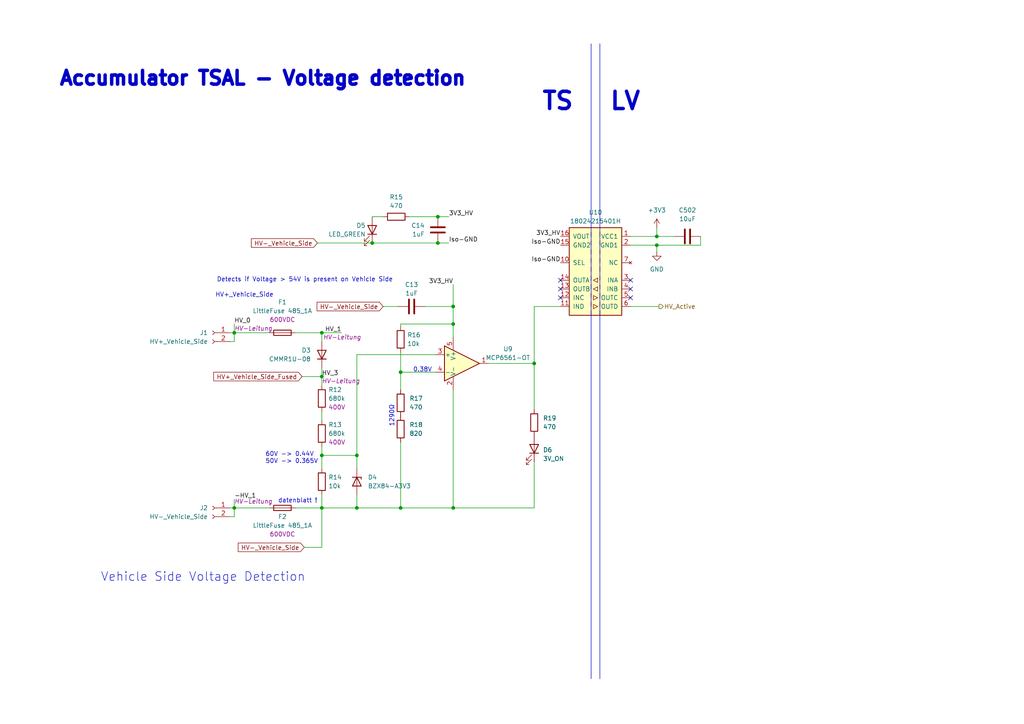
<source format=kicad_sch>
(kicad_sch
	(version 20231120)
	(generator "eeschema")
	(generator_version "8.0")
	(uuid "8187bab8-e1b7-4d6d-913a-e646585e9343")
	(paper "A4")
	(lib_symbols
		(symbol "18024215401H:18024215401H"
			(pin_names
				(offset 1.016)
			)
			(exclude_from_sim no)
			(in_bom yes)
			(on_board yes)
			(property "Reference" "U"
				(at 0 15.875 0)
				(effects
					(font
						(size 1.27 1.27)
					)
				)
			)
			(property "Value" "18024215401H"
				(at 0 13.97 0)
				(effects
					(font
						(size 1.27 1.27)
					)
				)
			)
			(property "Footprint" "Package_SO:SOIC-16W_7.5x10.3mm_P1.27mm"
				(at 0 -13.97 0)
				(effects
					(font
						(size 1.27 1.27)
						(italic yes)
					)
					(hide yes)
				)
			)
			(property "Datasheet" "https://www.we-online.com/components/products/datasheet/18024215401L.pdf"
				(at 1.27 17.78 0)
				(effects
					(font
						(size 1.27 1.27)
					)
					(hide yes)
				)
			)
			(property "Description" ""
				(at 0 0 0)
				(effects
					(font
						(size 1.27 1.27)
					)
					(hide yes)
				)
			)
			(property "ki_keywords" "4Ch Quad Digital Isolator 25Mbps"
				(at 0 0 0)
				(effects
					(font
						(size 1.27 1.27)
					)
					(hide yes)
				)
			)
			(property "ki_fp_filters" "SO*"
				(at 0 0 0)
				(effects
					(font
						(size 1.27 1.27)
					)
					(hide yes)
				)
			)
			(symbol "18024215401H_0_1"
				(rectangle
					(start -7.62 12.7)
					(end 7.62 -12.7)
					(stroke
						(width 0.254)
						(type default)
					)
					(fill
						(type background)
					)
				)
				(polyline
					(pts
						(xy -1.27 -11.43) (xy -1.27 -12.7)
					)
					(stroke
						(width 0)
						(type default)
					)
					(fill
						(type none)
					)
				)
				(polyline
					(pts
						(xy -1.27 -8.89) (xy -1.27 -10.16)
					)
					(stroke
						(width 0)
						(type default)
					)
					(fill
						(type none)
					)
				)
				(polyline
					(pts
						(xy -1.27 -6.35) (xy -1.27 -7.62)
					)
					(stroke
						(width 0)
						(type default)
					)
					(fill
						(type none)
					)
				)
				(polyline
					(pts
						(xy -1.27 -3.81) (xy -1.27 -5.08)
					)
					(stroke
						(width 0)
						(type default)
					)
					(fill
						(type none)
					)
				)
				(polyline
					(pts
						(xy -1.27 -1.27) (xy -1.27 -2.54)
					)
					(stroke
						(width 0)
						(type default)
					)
					(fill
						(type none)
					)
				)
				(polyline
					(pts
						(xy -1.27 1.27) (xy -1.27 0)
					)
					(stroke
						(width 0)
						(type default)
					)
					(fill
						(type none)
					)
				)
				(polyline
					(pts
						(xy -1.27 3.81) (xy -1.27 2.54)
					)
					(stroke
						(width 0)
						(type default)
					)
					(fill
						(type none)
					)
				)
				(polyline
					(pts
						(xy -1.27 6.35) (xy -1.27 5.08)
					)
					(stroke
						(width 0)
						(type default)
					)
					(fill
						(type none)
					)
				)
				(polyline
					(pts
						(xy -1.27 8.89) (xy -1.27 7.62)
					)
					(stroke
						(width 0)
						(type default)
					)
					(fill
						(type none)
					)
				)
				(polyline
					(pts
						(xy -1.27 11.43) (xy -1.27 10.16)
					)
					(stroke
						(width 0)
						(type default)
					)
					(fill
						(type none)
					)
				)
				(polyline
					(pts
						(xy 1.27 -11.43) (xy 1.27 -12.7)
					)
					(stroke
						(width 0)
						(type default)
					)
					(fill
						(type none)
					)
				)
				(polyline
					(pts
						(xy 1.27 -8.89) (xy 1.27 -10.16)
					)
					(stroke
						(width 0)
						(type default)
					)
					(fill
						(type none)
					)
				)
				(polyline
					(pts
						(xy 1.27 -6.35) (xy 1.27 -7.62)
					)
					(stroke
						(width 0)
						(type default)
					)
					(fill
						(type none)
					)
				)
				(polyline
					(pts
						(xy 1.27 -3.81) (xy 1.27 -5.08)
					)
					(stroke
						(width 0)
						(type default)
					)
					(fill
						(type none)
					)
				)
				(polyline
					(pts
						(xy 1.27 -1.27) (xy 1.27 -2.54)
					)
					(stroke
						(width 0)
						(type default)
					)
					(fill
						(type none)
					)
				)
				(polyline
					(pts
						(xy 1.27 1.27) (xy 1.27 0)
					)
					(stroke
						(width 0)
						(type default)
					)
					(fill
						(type none)
					)
				)
				(polyline
					(pts
						(xy 1.27 3.81) (xy 1.27 2.54)
					)
					(stroke
						(width 0)
						(type default)
					)
					(fill
						(type none)
					)
				)
				(polyline
					(pts
						(xy 1.27 6.35) (xy 1.27 5.08)
					)
					(stroke
						(width 0)
						(type default)
					)
					(fill
						(type none)
					)
				)
				(polyline
					(pts
						(xy 1.27 8.89) (xy 1.27 7.62)
					)
					(stroke
						(width 0)
						(type default)
					)
					(fill
						(type none)
					)
				)
				(polyline
					(pts
						(xy 1.27 11.43) (xy 1.27 10.16)
					)
					(stroke
						(width 0)
						(type default)
					)
					(fill
						(type none)
					)
				)
				(polyline
					(pts
						(xy -0.635 -10.16) (xy 0.635 -9.525) (xy 0.635 -10.795) (xy -0.635 -10.16)
					)
					(stroke
						(width 0)
						(type default)
					)
					(fill
						(type none)
					)
				)
				(polyline
					(pts
						(xy -0.635 -7.62) (xy 0.635 -6.985) (xy 0.635 -8.255) (xy -0.635 -7.62)
					)
					(stroke
						(width 0)
						(type default)
					)
					(fill
						(type none)
					)
				)
				(polyline
					(pts
						(xy -0.635 -4.445) (xy -0.635 -5.715) (xy 0.635 -5.08) (xy -0.635 -4.445)
					)
					(stroke
						(width 0)
						(type default)
					)
					(fill
						(type none)
					)
				)
				(polyline
					(pts
						(xy -0.635 -1.905) (xy -0.635 -3.175) (xy 0.635 -2.54) (xy -0.635 -1.905)
					)
					(stroke
						(width 0)
						(type default)
					)
					(fill
						(type none)
					)
				)
			)
			(symbol "18024215401H_1_1"
				(pin power_in line
					(at -10.16 10.16 0)
					(length 2.54)
					(name "VCC1"
						(effects
							(font
								(size 1.27 1.27)
							)
						)
					)
					(number "1"
						(effects
							(font
								(size 1.27 1.27)
							)
						)
					)
				)
				(pin input line
					(at 10.16 2.54 180)
					(length 2.54)
					(name "SEL"
						(effects
							(font
								(size 1.27 1.27)
							)
						)
					)
					(number "10"
						(effects
							(font
								(size 1.27 1.27)
							)
						)
					)
				)
				(pin input line
					(at 10.16 -10.16 180)
					(length 2.54)
					(name "IND"
						(effects
							(font
								(size 1.27 1.27)
							)
						)
					)
					(number "11"
						(effects
							(font
								(size 1.27 1.27)
							)
						)
					)
				)
				(pin input line
					(at 10.16 -7.62 180)
					(length 2.54)
					(name "INC"
						(effects
							(font
								(size 1.27 1.27)
							)
						)
					)
					(number "12"
						(effects
							(font
								(size 1.27 1.27)
							)
						)
					)
				)
				(pin output line
					(at 10.16 -5.08 180)
					(length 2.54)
					(name "OUTB"
						(effects
							(font
								(size 1.27 1.27)
							)
						)
					)
					(number "13"
						(effects
							(font
								(size 1.27 1.27)
							)
						)
					)
				)
				(pin output line
					(at 10.16 -2.54 180)
					(length 2.54)
					(name "OUTA"
						(effects
							(font
								(size 1.27 1.27)
							)
						)
					)
					(number "14"
						(effects
							(font
								(size 1.27 1.27)
							)
						)
					)
				)
				(pin power_out line
					(at 10.16 7.62 180)
					(length 2.54)
					(name "GND2"
						(effects
							(font
								(size 1.27 1.27)
							)
						)
					)
					(number "15"
						(effects
							(font
								(size 1.27 1.27)
							)
						)
					)
				)
				(pin power_out line
					(at 10.16 10.16 180)
					(length 2.54)
					(name "VOUT"
						(effects
							(font
								(size 1.27 1.27)
							)
						)
					)
					(number "16"
						(effects
							(font
								(size 1.27 1.27)
							)
						)
					)
				)
				(pin power_in line
					(at -10.16 7.62 0)
					(length 2.54)
					(name "GND1"
						(effects
							(font
								(size 1.27 1.27)
							)
						)
					)
					(number "2"
						(effects
							(font
								(size 1.27 1.27)
							)
						)
					)
				)
				(pin input line
					(at -10.16 -2.54 0)
					(length 2.54)
					(name "INA"
						(effects
							(font
								(size 1.27 1.27)
							)
						)
					)
					(number "3"
						(effects
							(font
								(size 1.27 1.27)
							)
						)
					)
				)
				(pin input line
					(at -10.16 -5.08 0)
					(length 2.54)
					(name "INB"
						(effects
							(font
								(size 1.27 1.27)
							)
						)
					)
					(number "4"
						(effects
							(font
								(size 1.27 1.27)
							)
						)
					)
				)
				(pin output line
					(at -10.16 -7.62 0)
					(length 2.54)
					(name "OUTC"
						(effects
							(font
								(size 1.27 1.27)
							)
						)
					)
					(number "5"
						(effects
							(font
								(size 1.27 1.27)
							)
						)
					)
				)
				(pin output line
					(at -10.16 -10.16 0)
					(length 2.54)
					(name "OUTD"
						(effects
							(font
								(size 1.27 1.27)
							)
						)
					)
					(number "6"
						(effects
							(font
								(size 1.27 1.27)
							)
						)
					)
				)
				(pin no_connect line
					(at -10.16 2.54 0)
					(length 2.54)
					(name "NC"
						(effects
							(font
								(size 1.27 1.27)
							)
						)
					)
					(number "7"
						(effects
							(font
								(size 1.27 1.27)
							)
						)
					)
				)
				(pin power_in line
					(at -10.16 7.62 0)
					(length 2.54) hide
					(name "GND1"
						(effects
							(font
								(size 1.27 1.27)
							)
						)
					)
					(number "8"
						(effects
							(font
								(size 1.27 1.27)
							)
						)
					)
				)
				(pin power_out line
					(at 10.16 7.62 180)
					(length 2.54) hide
					(name "GND2"
						(effects
							(font
								(size 1.27 1.27)
							)
						)
					)
					(number "9"
						(effects
							(font
								(size 1.27 1.27)
							)
						)
					)
				)
			)
		)
		(symbol "Comparator:MCP6561-OT"
			(pin_names
				(offset 0.127)
			)
			(exclude_from_sim no)
			(in_bom yes)
			(on_board yes)
			(property "Reference" "U"
				(at -1.27 6.35 0)
				(effects
					(font
						(size 1.27 1.27)
					)
					(justify left)
				)
			)
			(property "Value" "MCP6561-OT"
				(at -1.27 3.81 0)
				(effects
					(font
						(size 1.27 1.27)
					)
					(justify left)
				)
			)
			(property "Footprint" "Package_TO_SOT_SMD:SOT-23-5"
				(at -2.54 -5.08 0)
				(effects
					(font
						(size 1.27 1.27)
					)
					(justify left)
					(hide yes)
				)
			)
			(property "Datasheet" "http://ww1.microchip.com/downloads/en/DeviceDoc/MCP6561-1R-1U-2-4-1.8V-Low-Power-Push-Pull-Output-Comparator-DS20002139E.pdf"
				(at 0 5.08 0)
				(effects
					(font
						(size 1.27 1.27)
					)
					(hide yes)
				)
			)
			(property "Description" "Single 1.8V Low-Power Push-Pull Output Comparator, SOT-23-5"
				(at 0 0 0)
				(effects
					(font
						(size 1.27 1.27)
					)
					(hide yes)
				)
			)
			(property "ki_keywords" "cmp"
				(at 0 0 0)
				(effects
					(font
						(size 1.27 1.27)
					)
					(hide yes)
				)
			)
			(property "ki_fp_filters" "SOT?23*"
				(at 0 0 0)
				(effects
					(font
						(size 1.27 1.27)
					)
					(hide yes)
				)
			)
			(symbol "MCP6561-OT_0_1"
				(polyline
					(pts
						(xy -5.08 5.08) (xy 5.08 0) (xy -5.08 -5.08) (xy -5.08 5.08)
					)
					(stroke
						(width 0.254)
						(type default)
					)
					(fill
						(type background)
					)
				)
				(pin power_in line
					(at -2.54 -7.62 90)
					(length 3.81)
					(name "V-"
						(effects
							(font
								(size 1.27 1.27)
							)
						)
					)
					(number "2"
						(effects
							(font
								(size 1.27 1.27)
							)
						)
					)
				)
				(pin power_in line
					(at -2.54 7.62 270)
					(length 3.81)
					(name "V+"
						(effects
							(font
								(size 1.27 1.27)
							)
						)
					)
					(number "5"
						(effects
							(font
								(size 1.27 1.27)
							)
						)
					)
				)
			)
			(symbol "MCP6561-OT_1_1"
				(pin output line
					(at 7.62 0 180)
					(length 2.54)
					(name "~"
						(effects
							(font
								(size 1.27 1.27)
							)
						)
					)
					(number "1"
						(effects
							(font
								(size 1.27 1.27)
							)
						)
					)
				)
				(pin input line
					(at -7.62 2.54 0)
					(length 2.54)
					(name "+"
						(effects
							(font
								(size 1.27 1.27)
							)
						)
					)
					(number "3"
						(effects
							(font
								(size 1.27 1.27)
							)
						)
					)
				)
				(pin input line
					(at -7.62 -2.54 0)
					(length 2.54)
					(name "-"
						(effects
							(font
								(size 1.27 1.27)
							)
						)
					)
					(number "4"
						(effects
							(font
								(size 1.27 1.27)
							)
						)
					)
				)
			)
		)
		(symbol "Connector:Conn_01x02_Female"
			(pin_names
				(offset 1.016) hide)
			(exclude_from_sim no)
			(in_bom yes)
			(on_board yes)
			(property "Reference" "J"
				(at 0 2.54 0)
				(effects
					(font
						(size 1.27 1.27)
					)
				)
			)
			(property "Value" "Conn_01x02_Female"
				(at 0 -5.08 0)
				(effects
					(font
						(size 1.27 1.27)
					)
				)
			)
			(property "Footprint" ""
				(at 0 0 0)
				(effects
					(font
						(size 1.27 1.27)
					)
					(hide yes)
				)
			)
			(property "Datasheet" "~"
				(at 0 0 0)
				(effects
					(font
						(size 1.27 1.27)
					)
					(hide yes)
				)
			)
			(property "Description" "Generic connector, single row, 01x02, script generated (kicad-library-utils/schlib/autogen/connector/)"
				(at 0 0 0)
				(effects
					(font
						(size 1.27 1.27)
					)
					(hide yes)
				)
			)
			(property "ki_keywords" "connector"
				(at 0 0 0)
				(effects
					(font
						(size 1.27 1.27)
					)
					(hide yes)
				)
			)
			(property "ki_fp_filters" "Connector*:*_1x??_*"
				(at 0 0 0)
				(effects
					(font
						(size 1.27 1.27)
					)
					(hide yes)
				)
			)
			(symbol "Conn_01x02_Female_1_1"
				(arc
					(start 0 -2.032)
					(mid -0.5058 -2.54)
					(end 0 -3.048)
					(stroke
						(width 0.1524)
						(type default)
					)
					(fill
						(type none)
					)
				)
				(polyline
					(pts
						(xy -1.27 -2.54) (xy -0.508 -2.54)
					)
					(stroke
						(width 0.1524)
						(type default)
					)
					(fill
						(type none)
					)
				)
				(polyline
					(pts
						(xy -1.27 0) (xy -0.508 0)
					)
					(stroke
						(width 0.1524)
						(type default)
					)
					(fill
						(type none)
					)
				)
				(arc
					(start 0 0.508)
					(mid -0.5058 0)
					(end 0 -0.508)
					(stroke
						(width 0.1524)
						(type default)
					)
					(fill
						(type none)
					)
				)
				(pin passive line
					(at -5.08 0 0)
					(length 3.81)
					(name "Pin_1"
						(effects
							(font
								(size 1.27 1.27)
							)
						)
					)
					(number "1"
						(effects
							(font
								(size 1.27 1.27)
							)
						)
					)
				)
				(pin passive line
					(at -5.08 -2.54 0)
					(length 3.81)
					(name "Pin_2"
						(effects
							(font
								(size 1.27 1.27)
							)
						)
					)
					(number "2"
						(effects
							(font
								(size 1.27 1.27)
							)
						)
					)
				)
			)
		)
		(symbol "Device:C"
			(pin_numbers hide)
			(pin_names
				(offset 0.254)
			)
			(exclude_from_sim no)
			(in_bom yes)
			(on_board yes)
			(property "Reference" "C"
				(at 0.635 2.54 0)
				(effects
					(font
						(size 1.27 1.27)
					)
					(justify left)
				)
			)
			(property "Value" "C"
				(at 0.635 -2.54 0)
				(effects
					(font
						(size 1.27 1.27)
					)
					(justify left)
				)
			)
			(property "Footprint" ""
				(at 0.9652 -3.81 0)
				(effects
					(font
						(size 1.27 1.27)
					)
					(hide yes)
				)
			)
			(property "Datasheet" "~"
				(at 0 0 0)
				(effects
					(font
						(size 1.27 1.27)
					)
					(hide yes)
				)
			)
			(property "Description" "Unpolarized capacitor"
				(at 0 0 0)
				(effects
					(font
						(size 1.27 1.27)
					)
					(hide yes)
				)
			)
			(property "ki_keywords" "cap capacitor"
				(at 0 0 0)
				(effects
					(font
						(size 1.27 1.27)
					)
					(hide yes)
				)
			)
			(property "ki_fp_filters" "C_*"
				(at 0 0 0)
				(effects
					(font
						(size 1.27 1.27)
					)
					(hide yes)
				)
			)
			(symbol "C_0_1"
				(polyline
					(pts
						(xy -2.032 -0.762) (xy 2.032 -0.762)
					)
					(stroke
						(width 0.508)
						(type default)
					)
					(fill
						(type none)
					)
				)
				(polyline
					(pts
						(xy -2.032 0.762) (xy 2.032 0.762)
					)
					(stroke
						(width 0.508)
						(type default)
					)
					(fill
						(type none)
					)
				)
			)
			(symbol "C_1_1"
				(pin passive line
					(at 0 3.81 270)
					(length 2.794)
					(name "~"
						(effects
							(font
								(size 1.27 1.27)
							)
						)
					)
					(number "1"
						(effects
							(font
								(size 1.27 1.27)
							)
						)
					)
				)
				(pin passive line
					(at 0 -3.81 90)
					(length 2.794)
					(name "~"
						(effects
							(font
								(size 1.27 1.27)
							)
						)
					)
					(number "2"
						(effects
							(font
								(size 1.27 1.27)
							)
						)
					)
				)
			)
		)
		(symbol "Device:LED"
			(pin_numbers hide)
			(pin_names
				(offset 1.016) hide)
			(exclude_from_sim no)
			(in_bom yes)
			(on_board yes)
			(property "Reference" "D"
				(at 0 2.54 0)
				(effects
					(font
						(size 1.27 1.27)
					)
				)
			)
			(property "Value" "LED"
				(at 0 -2.54 0)
				(effects
					(font
						(size 1.27 1.27)
					)
				)
			)
			(property "Footprint" ""
				(at 0 0 0)
				(effects
					(font
						(size 1.27 1.27)
					)
					(hide yes)
				)
			)
			(property "Datasheet" "~"
				(at 0 0 0)
				(effects
					(font
						(size 1.27 1.27)
					)
					(hide yes)
				)
			)
			(property "Description" "Light emitting diode"
				(at 0 0 0)
				(effects
					(font
						(size 1.27 1.27)
					)
					(hide yes)
				)
			)
			(property "ki_keywords" "LED diode"
				(at 0 0 0)
				(effects
					(font
						(size 1.27 1.27)
					)
					(hide yes)
				)
			)
			(property "ki_fp_filters" "LED* LED_SMD:* LED_THT:*"
				(at 0 0 0)
				(effects
					(font
						(size 1.27 1.27)
					)
					(hide yes)
				)
			)
			(symbol "LED_0_1"
				(polyline
					(pts
						(xy -1.27 -1.27) (xy -1.27 1.27)
					)
					(stroke
						(width 0.254)
						(type default)
					)
					(fill
						(type none)
					)
				)
				(polyline
					(pts
						(xy -1.27 0) (xy 1.27 0)
					)
					(stroke
						(width 0)
						(type default)
					)
					(fill
						(type none)
					)
				)
				(polyline
					(pts
						(xy 1.27 -1.27) (xy 1.27 1.27) (xy -1.27 0) (xy 1.27 -1.27)
					)
					(stroke
						(width 0.254)
						(type default)
					)
					(fill
						(type none)
					)
				)
				(polyline
					(pts
						(xy -3.048 -0.762) (xy -4.572 -2.286) (xy -3.81 -2.286) (xy -4.572 -2.286) (xy -4.572 -1.524)
					)
					(stroke
						(width 0)
						(type default)
					)
					(fill
						(type none)
					)
				)
				(polyline
					(pts
						(xy -1.778 -0.762) (xy -3.302 -2.286) (xy -2.54 -2.286) (xy -3.302 -2.286) (xy -3.302 -1.524)
					)
					(stroke
						(width 0)
						(type default)
					)
					(fill
						(type none)
					)
				)
			)
			(symbol "LED_1_1"
				(pin passive line
					(at -3.81 0 0)
					(length 2.54)
					(name "K"
						(effects
							(font
								(size 1.27 1.27)
							)
						)
					)
					(number "1"
						(effects
							(font
								(size 1.27 1.27)
							)
						)
					)
				)
				(pin passive line
					(at 3.81 0 180)
					(length 2.54)
					(name "A"
						(effects
							(font
								(size 1.27 1.27)
							)
						)
					)
					(number "2"
						(effects
							(font
								(size 1.27 1.27)
							)
						)
					)
				)
			)
		)
		(symbol "Device:R"
			(pin_numbers hide)
			(pin_names
				(offset 0)
			)
			(exclude_from_sim no)
			(in_bom yes)
			(on_board yes)
			(property "Reference" "R"
				(at 2.032 0 90)
				(effects
					(font
						(size 1.27 1.27)
					)
				)
			)
			(property "Value" "R"
				(at 0 0 90)
				(effects
					(font
						(size 1.27 1.27)
					)
				)
			)
			(property "Footprint" ""
				(at -1.778 0 90)
				(effects
					(font
						(size 1.27 1.27)
					)
					(hide yes)
				)
			)
			(property "Datasheet" "~"
				(at 0 0 0)
				(effects
					(font
						(size 1.27 1.27)
					)
					(hide yes)
				)
			)
			(property "Description" "Resistor"
				(at 0 0 0)
				(effects
					(font
						(size 1.27 1.27)
					)
					(hide yes)
				)
			)
			(property "ki_keywords" "R res resistor"
				(at 0 0 0)
				(effects
					(font
						(size 1.27 1.27)
					)
					(hide yes)
				)
			)
			(property "ki_fp_filters" "R_*"
				(at 0 0 0)
				(effects
					(font
						(size 1.27 1.27)
					)
					(hide yes)
				)
			)
			(symbol "R_0_1"
				(rectangle
					(start -1.016 -2.54)
					(end 1.016 2.54)
					(stroke
						(width 0.254)
						(type default)
					)
					(fill
						(type none)
					)
				)
			)
			(symbol "R_1_1"
				(pin passive line
					(at 0 3.81 270)
					(length 1.27)
					(name "~"
						(effects
							(font
								(size 1.27 1.27)
							)
						)
					)
					(number "1"
						(effects
							(font
								(size 1.27 1.27)
							)
						)
					)
				)
				(pin passive line
					(at 0 -3.81 90)
					(length 1.27)
					(name "~"
						(effects
							(font
								(size 1.27 1.27)
							)
						)
					)
					(number "2"
						(effects
							(font
								(size 1.27 1.27)
							)
						)
					)
				)
			)
		)
		(symbol "FaSTTUBe_Fuses:485_1A"
			(pin_numbers hide)
			(pin_names
				(offset 0)
			)
			(exclude_from_sim no)
			(in_bom yes)
			(on_board yes)
			(property "Reference" "F"
				(at 2.032 0 90)
				(effects
					(font
						(size 1.27 1.27)
					)
				)
			)
			(property "Value" "485_1A"
				(at -5.08 0 90)
				(effects
					(font
						(size 1.27 1.27)
					)
				)
			)
			(property "Footprint" "FaSTTUBe_Fuses:Littelfuse_485"
				(at 5.08 0 90)
				(effects
					(font
						(size 1.27 1.27)
					)
					(hide yes)
				)
			)
			(property "Datasheet" "~"
				(at 0 0 0)
				(effects
					(font
						(size 1.27 1.27)
					)
					(hide yes)
				)
			)
			(property "Description" "Littelfuse 485 Series 600Vdc, 1A"
				(at 0 0 0)
				(effects
					(font
						(size 1.27 1.27)
					)
					(hide yes)
				)
			)
			(property "Voltage" "600VDC"
				(at -2.54 0 90)
				(effects
					(font
						(size 1.27 1.27)
					)
				)
			)
			(property "ki_keywords" "fuse"
				(at 0 0 0)
				(effects
					(font
						(size 1.27 1.27)
					)
					(hide yes)
				)
			)
			(property "ki_fp_filters" "*Fuse*"
				(at 0 0 0)
				(effects
					(font
						(size 1.27 1.27)
					)
					(hide yes)
				)
			)
			(symbol "485_1A_0_1"
				(rectangle
					(start -0.762 -2.54)
					(end 0.762 2.54)
					(stroke
						(width 0.254)
						(type default)
					)
					(fill
						(type none)
					)
				)
				(polyline
					(pts
						(xy 0 2.54) (xy 0 -2.54)
					)
					(stroke
						(width 0)
						(type default)
					)
					(fill
						(type none)
					)
				)
			)
			(symbol "485_1A_1_1"
				(pin passive line
					(at 0 3.81 270)
					(length 1.27)
					(name "~"
						(effects
							(font
								(size 1.27 1.27)
							)
						)
					)
					(number "1"
						(effects
							(font
								(size 1.27 1.27)
							)
						)
					)
				)
				(pin passive line
					(at 0 -3.81 90)
					(length 1.27)
					(name "~"
						(effects
							(font
								(size 1.27 1.27)
							)
						)
					)
					(number "2"
						(effects
							(font
								(size 1.27 1.27)
							)
						)
					)
				)
			)
		)
		(symbol "HV_Indicator:CMMR1U-08"
			(pin_numbers hide)
			(pin_names
				(offset 1.016) hide)
			(exclude_from_sim no)
			(in_bom yes)
			(on_board yes)
			(property "Reference" "D"
				(at 0 2.54 0)
				(effects
					(font
						(size 1.27 1.27)
					)
				)
			)
			(property "Value" "CMMR1U-08"
				(at 0 -2.54 0)
				(effects
					(font
						(size 1.27 1.27)
					)
				)
			)
			(property "Footprint" "Diode_SMD:D_SOD-123F"
				(at 0 0 0)
				(effects
					(font
						(size 1.27 1.27)
					)
					(hide yes)
				)
			)
			(property "Datasheet" "https://www.mouser.de/datasheet/2/68/CSEMS02975_1-2539073.pdf"
				(at 0 0 0)
				(effects
					(font
						(size 1.27 1.27)
					)
					(hide yes)
				)
			)
			(property "Description" "Diode, Vr=800V, I=1.0A"
				(at 0 0 0)
				(effects
					(font
						(size 1.27 1.27)
					)
					(hide yes)
				)
			)
			(property "ki_keywords" "diode"
				(at 0 0 0)
				(effects
					(font
						(size 1.27 1.27)
					)
					(hide yes)
				)
			)
			(property "ki_fp_filters" "TO-???* *_Diode_* *SingleDiode* D_*"
				(at 0 0 0)
				(effects
					(font
						(size 1.27 1.27)
					)
					(hide yes)
				)
			)
			(symbol "CMMR1U-08_0_1"
				(polyline
					(pts
						(xy -1.27 1.27) (xy -1.27 -1.27)
					)
					(stroke
						(width 0.254)
						(type default)
					)
					(fill
						(type none)
					)
				)
				(polyline
					(pts
						(xy 1.27 0) (xy -1.27 0)
					)
					(stroke
						(width 0)
						(type default)
					)
					(fill
						(type none)
					)
				)
				(polyline
					(pts
						(xy 1.27 1.27) (xy 1.27 -1.27) (xy -1.27 0) (xy 1.27 1.27)
					)
					(stroke
						(width 0.254)
						(type default)
					)
					(fill
						(type none)
					)
				)
			)
			(symbol "CMMR1U-08_1_1"
				(pin passive line
					(at -3.81 0 0)
					(length 2.54)
					(name "K"
						(effects
							(font
								(size 1.27 1.27)
							)
						)
					)
					(number "1"
						(effects
							(font
								(size 1.27 1.27)
							)
						)
					)
				)
				(pin passive line
					(at 3.81 0 180)
					(length 2.54)
					(name "A"
						(effects
							(font
								(size 1.27 1.27)
							)
						)
					)
					(number "2"
						(effects
							(font
								(size 1.27 1.27)
							)
						)
					)
				)
			)
		)
		(symbol "Master:BZX84-A5V1"
			(pin_numbers hide)
			(pin_names
				(offset 1.016) hide)
			(exclude_from_sim no)
			(in_bom yes)
			(on_board yes)
			(property "Reference" "D"
				(at 0 2.54 0)
				(effects
					(font
						(size 1.27 1.27)
					)
				)
			)
			(property "Value" "BZX84-A5V1"
				(at 0 -2.54 0)
				(effects
					(font
						(size 1.27 1.27)
					)
				)
			)
			(property "Footprint" "Package_TO_SOT_SMD:SOT-23-3"
				(at 0 5.08 0)
				(effects
					(font
						(size 1.27 1.27)
					)
					(hide yes)
				)
			)
			(property "Datasheet" "~"
				(at 0 0 0)
				(effects
					(font
						(size 1.27 1.27)
					)
					(hide yes)
				)
			)
			(property "Description" "Zener diode 5.1V SOT-23"
				(at 0 0 0)
				(effects
					(font
						(size 1.27 1.27)
					)
					(hide yes)
				)
			)
			(property "ki_keywords" "diode"
				(at 0 0 0)
				(effects
					(font
						(size 1.27 1.27)
					)
					(hide yes)
				)
			)
			(property "ki_fp_filters" "TO-???* *_Diode_* *SingleDiode* D_*"
				(at 0 0 0)
				(effects
					(font
						(size 1.27 1.27)
					)
					(hide yes)
				)
			)
			(symbol "BZX84-A5V1_0_1"
				(polyline
					(pts
						(xy 1.27 0) (xy -1.27 0)
					)
					(stroke
						(width 0)
						(type default)
					)
					(fill
						(type none)
					)
				)
				(polyline
					(pts
						(xy -1.27 -1.27) (xy -1.27 1.27) (xy -0.762 1.27)
					)
					(stroke
						(width 0.254)
						(type default)
					)
					(fill
						(type none)
					)
				)
				(polyline
					(pts
						(xy 1.27 -1.27) (xy 1.27 1.27) (xy -1.27 0) (xy 1.27 -1.27)
					)
					(stroke
						(width 0.254)
						(type default)
					)
					(fill
						(type none)
					)
				)
			)
			(symbol "BZX84-A5V1_1_1"
				(pin passive line
					(at 3.81 0 180)
					(length 2.54)
					(name "A"
						(effects
							(font
								(size 1.27 1.27)
							)
						)
					)
					(number "1"
						(effects
							(font
								(size 1.27 1.27)
							)
						)
					)
				)
				(pin passive line
					(at -3.81 0 0)
					(length 2.54)
					(name "K"
						(effects
							(font
								(size 1.27 1.27)
							)
						)
					)
					(number "3"
						(effects
							(font
								(size 1.27 1.27)
							)
						)
					)
				)
			)
		)
		(symbol "power:+3V3"
			(power)
			(pin_numbers hide)
			(pin_names
				(offset 0) hide)
			(exclude_from_sim no)
			(in_bom yes)
			(on_board yes)
			(property "Reference" "#PWR"
				(at 0 -3.81 0)
				(effects
					(font
						(size 1.27 1.27)
					)
					(hide yes)
				)
			)
			(property "Value" "+3V3"
				(at 0 3.556 0)
				(effects
					(font
						(size 1.27 1.27)
					)
				)
			)
			(property "Footprint" ""
				(at 0 0 0)
				(effects
					(font
						(size 1.27 1.27)
					)
					(hide yes)
				)
			)
			(property "Datasheet" ""
				(at 0 0 0)
				(effects
					(font
						(size 1.27 1.27)
					)
					(hide yes)
				)
			)
			(property "Description" "Power symbol creates a global label with name \"+3V3\""
				(at 0 0 0)
				(effects
					(font
						(size 1.27 1.27)
					)
					(hide yes)
				)
			)
			(property "ki_keywords" "global power"
				(at 0 0 0)
				(effects
					(font
						(size 1.27 1.27)
					)
					(hide yes)
				)
			)
			(symbol "+3V3_0_1"
				(polyline
					(pts
						(xy -0.762 1.27) (xy 0 2.54)
					)
					(stroke
						(width 0)
						(type default)
					)
					(fill
						(type none)
					)
				)
				(polyline
					(pts
						(xy 0 0) (xy 0 2.54)
					)
					(stroke
						(width 0)
						(type default)
					)
					(fill
						(type none)
					)
				)
				(polyline
					(pts
						(xy 0 2.54) (xy 0.762 1.27)
					)
					(stroke
						(width 0)
						(type default)
					)
					(fill
						(type none)
					)
				)
			)
			(symbol "+3V3_1_1"
				(pin power_in line
					(at 0 0 90)
					(length 0)
					(name "~"
						(effects
							(font
								(size 1.27 1.27)
							)
						)
					)
					(number "1"
						(effects
							(font
								(size 1.27 1.27)
							)
						)
					)
				)
			)
		)
		(symbol "power:GND"
			(power)
			(pin_numbers hide)
			(pin_names
				(offset 0) hide)
			(exclude_from_sim no)
			(in_bom yes)
			(on_board yes)
			(property "Reference" "#PWR"
				(at 0 -6.35 0)
				(effects
					(font
						(size 1.27 1.27)
					)
					(hide yes)
				)
			)
			(property "Value" "GND"
				(at 0 -3.81 0)
				(effects
					(font
						(size 1.27 1.27)
					)
				)
			)
			(property "Footprint" ""
				(at 0 0 0)
				(effects
					(font
						(size 1.27 1.27)
					)
					(hide yes)
				)
			)
			(property "Datasheet" ""
				(at 0 0 0)
				(effects
					(font
						(size 1.27 1.27)
					)
					(hide yes)
				)
			)
			(property "Description" "Power symbol creates a global label with name \"GND\" , ground"
				(at 0 0 0)
				(effects
					(font
						(size 1.27 1.27)
					)
					(hide yes)
				)
			)
			(property "ki_keywords" "global power"
				(at 0 0 0)
				(effects
					(font
						(size 1.27 1.27)
					)
					(hide yes)
				)
			)
			(symbol "GND_0_1"
				(polyline
					(pts
						(xy 0 0) (xy 0 -1.27) (xy 1.27 -1.27) (xy 0 -2.54) (xy -1.27 -1.27) (xy 0 -1.27)
					)
					(stroke
						(width 0)
						(type default)
					)
					(fill
						(type none)
					)
				)
			)
			(symbol "GND_1_1"
				(pin power_in line
					(at 0 0 270)
					(length 0)
					(name "~"
						(effects
							(font
								(size 1.27 1.27)
							)
						)
					)
					(number "1"
						(effects
							(font
								(size 1.27 1.27)
							)
						)
					)
				)
			)
		)
	)
	(junction
		(at 107.95 70.485)
		(diameter 0)
		(color 0 0 0 0)
		(uuid "1325e657-369f-435e-b5c6-ae9c7bd78753")
	)
	(junction
		(at 154.94 105.41)
		(diameter 0)
		(color 0 0 0 0)
		(uuid "19e8c8de-0c21-4c0a-b36c-50c48d583931")
	)
	(junction
		(at 67.945 147.32)
		(diameter 0)
		(color 0 0 0 0)
		(uuid "30e037c0-ec6c-4383-8183-fad876dae8b9")
	)
	(junction
		(at 93.345 96.52)
		(diameter 0)
		(color 0 0 0 0)
		(uuid "34bd49f2-5041-4bb0-a27c-151d30bd8696")
	)
	(junction
		(at 93.345 132.08)
		(diameter 0)
		(color 0 0 0 0)
		(uuid "35d2d975-3a6e-4239-83ae-36b1e56b1957")
	)
	(junction
		(at 103.505 147.32)
		(diameter 0)
		(color 0 0 0 0)
		(uuid "413ec718-fa89-4703-9c8d-09a4b10d0deb")
	)
	(junction
		(at 127 70.485)
		(diameter 0)
		(color 0 0 0 0)
		(uuid "4624e293-7147-42ca-8e20-d305bef4eaed")
	)
	(junction
		(at 93.345 109.22)
		(diameter 0)
		(color 0 0 0 0)
		(uuid "784c74d4-c374-4a97-bee7-ac21dba7435d")
	)
	(junction
		(at 190.5 71.12)
		(diameter 0)
		(color 0 0 0 0)
		(uuid "79d78e7c-287a-4e2c-8ce1-0c24689409b6")
	)
	(junction
		(at 116.205 107.95)
		(diameter 0)
		(color 0 0 0 0)
		(uuid "7ef8a700-6824-464a-82f0-67a6cd2c1637")
	)
	(junction
		(at 103.505 132.08)
		(diameter 0)
		(color 0 0 0 0)
		(uuid "8136cb26-46df-4cdc-aa10-a06cd5f81d23")
	)
	(junction
		(at 127 62.865)
		(diameter 0)
		(color 0 0 0 0)
		(uuid "859a292d-6680-4e43-8386-1557650bfcd2")
	)
	(junction
		(at 131.445 88.9)
		(diameter 0)
		(color 0 0 0 0)
		(uuid "c149ca5f-573b-495a-b4c7-8242706c9694")
	)
	(junction
		(at 93.345 147.32)
		(diameter 0)
		(color 0 0 0 0)
		(uuid "d4876746-bddf-46b2-8308-5d3ee9bb08f6")
	)
	(junction
		(at 131.445 93.98)
		(diameter 0)
		(color 0 0 0 0)
		(uuid "d9f8f98a-d96e-49d3-9fcd-c69116b8d94f")
	)
	(junction
		(at 67.945 96.52)
		(diameter 0)
		(color 0 0 0 0)
		(uuid "dee3800d-ec57-45fc-aaf9-ce39fbf2f1ed")
	)
	(junction
		(at 131.445 147.32)
		(diameter 0)
		(color 0 0 0 0)
		(uuid "e505938e-ceac-43df-94bf-e742f37365b9")
	)
	(junction
		(at 190.5 68.58)
		(diameter 0)
		(color 0 0 0 0)
		(uuid "f7c59671-7bcf-4bb5-95f8-a60f381f98d8")
	)
	(junction
		(at 116.205 147.32)
		(diameter 0)
		(color 0 0 0 0)
		(uuid "fcaed05c-44c1-4949-b336-a52ac1bd93da")
	)
	(no_connect
		(at 182.88 86.36)
		(uuid "0dd732aa-7d7b-47ff-9deb-4314060d8f22")
	)
	(no_connect
		(at 182.88 81.28)
		(uuid "2d061b53-8e34-4d27-80fe-662b5274d1b5")
	)
	(no_connect
		(at 162.56 86.36)
		(uuid "4eb71446-8cdf-4494-973a-b117ed749cbe")
	)
	(no_connect
		(at 182.88 83.82)
		(uuid "91ca37eb-bf0a-43b9-a9b2-1422145facff")
	)
	(no_connect
		(at 162.56 81.28)
		(uuid "9a4c7fb7-9a24-411f-92d9-d98777e5cb82")
	)
	(no_connect
		(at 162.56 83.82)
		(uuid "b8d406f0-02fd-4769-a835-5c8ab5231f9d")
	)
	(wire
		(pts
			(xy 66.675 99.06) (xy 67.945 99.06)
		)
		(stroke
			(width 0)
			(type default)
		)
		(uuid "0258e548-f569-4627-a915-00bd34d6fda1")
	)
	(wire
		(pts
			(xy 67.945 147.32) (xy 66.675 147.32)
		)
		(stroke
			(width 0)
			(type default)
		)
		(uuid "0361bab7-301d-4ff8-b817-d3d9412d62ed")
	)
	(wire
		(pts
			(xy 182.88 88.9) (xy 191.135 88.9)
		)
		(stroke
			(width 0)
			(type default)
		)
		(uuid "0e2b7d8a-cf7c-49d7-8ff5-32656e626f03")
	)
	(wire
		(pts
			(xy 93.345 132.08) (xy 93.345 135.89)
		)
		(stroke
			(width 0)
			(type default)
		)
		(uuid "0ecad4b2-3831-495f-ba64-88f071d07fe1")
	)
	(wire
		(pts
			(xy 203.2 68.58) (xy 203.2 71.12)
		)
		(stroke
			(width 0)
			(type default)
		)
		(uuid "1027b0d4-9ace-4045-8cc8-9e532be77986")
	)
	(wire
		(pts
			(xy 141.605 105.41) (xy 154.94 105.41)
		)
		(stroke
			(width 0)
			(type default)
		)
		(uuid "11a2cce3-24f5-4f87-9bc2-b6f240fd1eea")
	)
	(wire
		(pts
			(xy 123.19 88.9) (xy 131.445 88.9)
		)
		(stroke
			(width 0)
			(type default)
		)
		(uuid "148a1fc6-5b2e-4fb0-9f02-f2fd12c7eeda")
	)
	(wire
		(pts
			(xy 154.94 88.9) (xy 154.94 105.41)
		)
		(stroke
			(width 0)
			(type default)
		)
		(uuid "159f13ac-c311-45a2-a750-83c3e03bf54d")
	)
	(wire
		(pts
			(xy 190.5 66.04) (xy 190.5 68.58)
		)
		(stroke
			(width 0)
			(type default)
		)
		(uuid "21d67a3d-8e7d-4397-9b38-790822ba0dac")
	)
	(wire
		(pts
			(xy 116.205 128.27) (xy 116.205 147.32)
		)
		(stroke
			(width 0)
			(type default)
		)
		(uuid "23a694be-24cd-4818-a054-74dc33e59190")
	)
	(wire
		(pts
			(xy 67.945 93.98) (xy 67.945 96.52)
		)
		(stroke
			(width 0)
			(type default)
		)
		(uuid "29ae49d7-eae1-4128-9199-f331e01a919e")
	)
	(wire
		(pts
			(xy 103.505 132.08) (xy 103.505 135.89)
		)
		(stroke
			(width 0)
			(type default)
		)
		(uuid "31cc6249-0a6f-40b9-ba97-f49003b36ddc")
	)
	(wire
		(pts
			(xy 116.205 93.98) (xy 131.445 93.98)
		)
		(stroke
			(width 0)
			(type default)
		)
		(uuid "33948630-503f-4368-b5a1-4133118a8043")
	)
	(wire
		(pts
			(xy 99.06 96.52) (xy 93.345 96.52)
		)
		(stroke
			(width 0)
			(type default)
		)
		(uuid "34f9b0d2-ec9b-49d7-ab0c-0c9ac818b294")
	)
	(wire
		(pts
			(xy 93.345 147.32) (xy 93.345 143.51)
		)
		(stroke
			(width 0)
			(type default)
		)
		(uuid "3aef293e-1861-4ec0-9bc4-205a1d145ba1")
	)
	(wire
		(pts
			(xy 116.205 147.32) (xy 103.505 147.32)
		)
		(stroke
			(width 0)
			(type default)
		)
		(uuid "3c0003ad-a5c9-45bf-9144-b7c98ea84450")
	)
	(wire
		(pts
			(xy 154.94 105.41) (xy 154.94 118.745)
		)
		(stroke
			(width 0)
			(type default)
		)
		(uuid "48c33060-13ab-4a0c-8b6f-dd71539a3e75")
	)
	(wire
		(pts
			(xy 154.94 147.32) (xy 131.445 147.32)
		)
		(stroke
			(width 0)
			(type default)
		)
		(uuid "4ace33fb-be7d-44da-91ba-9c52bd2d239f")
	)
	(wire
		(pts
			(xy 182.88 68.58) (xy 190.5 68.58)
		)
		(stroke
			(width 0)
			(type default)
		)
		(uuid "4f1dcd1a-b07e-41cd-95ff-4337ef2ff885")
	)
	(wire
		(pts
			(xy 88.265 158.75) (xy 93.345 158.75)
		)
		(stroke
			(width 0)
			(type default)
		)
		(uuid "51b5773d-3c81-45d5-b7a7-3526577ae096")
	)
	(wire
		(pts
			(xy 107.95 70.485) (xy 127 70.485)
		)
		(stroke
			(width 0)
			(type default)
		)
		(uuid "530ec4e8-8939-4a0d-a2c6-84210ea10aab")
	)
	(wire
		(pts
			(xy 116.205 107.95) (xy 116.205 113.03)
		)
		(stroke
			(width 0)
			(type default)
		)
		(uuid "55168837-12ba-4f5f-b964-c6c016db7172")
	)
	(wire
		(pts
			(xy 131.445 113.03) (xy 131.445 147.32)
		)
		(stroke
			(width 0)
			(type default)
		)
		(uuid "58d0f5d9-ddfb-4a7b-a8a2-3b996ecb56f1")
	)
	(wire
		(pts
			(xy 116.205 94.615) (xy 116.205 93.98)
		)
		(stroke
			(width 0)
			(type default)
		)
		(uuid "5b486108-9d8a-43a8-b5f5-620fca28ef5c")
	)
	(wire
		(pts
			(xy 154.94 133.985) (xy 154.94 147.32)
		)
		(stroke
			(width 0)
			(type default)
		)
		(uuid "636f8c75-4e11-4e4a-a19d-0fa69dfbf322")
	)
	(wire
		(pts
			(xy 115.57 88.9) (xy 111.125 88.9)
		)
		(stroke
			(width 0)
			(type default)
		)
		(uuid "645c4523-22d4-4d91-bd6f-a5fb1350d0ec")
	)
	(wire
		(pts
			(xy 93.345 119.38) (xy 93.345 121.92)
		)
		(stroke
			(width 0)
			(type default)
		)
		(uuid "6760f9ca-41d8-4d75-8586-3535ed05bb1d")
	)
	(wire
		(pts
			(xy 107.95 62.865) (xy 111.125 62.865)
		)
		(stroke
			(width 0)
			(type default)
		)
		(uuid "68503ae2-5c47-48d6-b8f0-74b4deec94a5")
	)
	(wire
		(pts
			(xy 103.505 143.51) (xy 103.505 147.32)
		)
		(stroke
			(width 0)
			(type default)
		)
		(uuid "6bb9135f-1742-4560-a06b-77cdcadeede2")
	)
	(wire
		(pts
			(xy 154.94 88.9) (xy 162.56 88.9)
		)
		(stroke
			(width 0)
			(type default)
		)
		(uuid "6e7a43ff-8e05-48fe-99d9-10f884fc6231")
	)
	(wire
		(pts
			(xy 131.445 88.9) (xy 131.445 93.98)
		)
		(stroke
			(width 0)
			(type default)
		)
		(uuid "71139e2a-be8a-492b-be1d-6e35c99d6230")
	)
	(wire
		(pts
			(xy 92.075 70.485) (xy 107.95 70.485)
		)
		(stroke
			(width 0)
			(type default)
		)
		(uuid "7870ec3c-aeee-4ae2-b187-9b497f6db65a")
	)
	(wire
		(pts
			(xy 130.175 70.485) (xy 127 70.485)
		)
		(stroke
			(width 0)
			(type default)
		)
		(uuid "790c1823-b893-448b-b81f-661f6cd5de55")
	)
	(wire
		(pts
			(xy 103.505 147.32) (xy 93.345 147.32)
		)
		(stroke
			(width 0)
			(type default)
		)
		(uuid "7ba4dc4e-c5fc-4e15-b98f-7268bb0cc664")
	)
	(wire
		(pts
			(xy 93.345 109.22) (xy 93.345 111.76)
		)
		(stroke
			(width 0)
			(type default)
		)
		(uuid "85321395-c036-478c-b176-46f0449aabdd")
	)
	(wire
		(pts
			(xy 131.445 147.32) (xy 116.205 147.32)
		)
		(stroke
			(width 0)
			(type default)
		)
		(uuid "89557d16-6871-44a9-9900-db9f16433953")
	)
	(wire
		(pts
			(xy 190.5 68.58) (xy 195.58 68.58)
		)
		(stroke
			(width 0)
			(type default)
		)
		(uuid "8d8dc2c7-4ab2-413a-981d-1bb600f5ce5d")
	)
	(wire
		(pts
			(xy 93.345 96.52) (xy 85.725 96.52)
		)
		(stroke
			(width 0)
			(type default)
		)
		(uuid "9047aa30-2f1b-4734-801f-73b57b56cd5a")
	)
	(polyline
		(pts
			(xy 173.99 12.7) (xy 173.99 196.85)
		)
		(stroke
			(width 0)
			(type default)
		)
		(uuid "937af98f-a4b4-4f71-bf05-7908a6c80ddc")
	)
	(wire
		(pts
			(xy 190.5 73.025) (xy 190.5 71.12)
		)
		(stroke
			(width 0)
			(type default)
		)
		(uuid "96c9b651-b001-4cf7-b6c9-9a90e23499d6")
	)
	(wire
		(pts
			(xy 67.945 96.52) (xy 67.945 99.06)
		)
		(stroke
			(width 0)
			(type default)
		)
		(uuid "9d512dd2-0ab8-4c08-8642-959b4405a9c0")
	)
	(wire
		(pts
			(xy 182.88 71.12) (xy 190.5 71.12)
		)
		(stroke
			(width 0)
			(type default)
		)
		(uuid "a01ef97c-e2d5-4e7c-abc9-d66711218658")
	)
	(wire
		(pts
			(xy 116.205 107.95) (xy 126.365 107.95)
		)
		(stroke
			(width 0)
			(type default)
		)
		(uuid "a755c569-1dc2-4276-a81a-82e3eff866d7")
	)
	(wire
		(pts
			(xy 131.445 93.98) (xy 131.445 97.79)
		)
		(stroke
			(width 0)
			(type default)
		)
		(uuid "a9907c40-c02b-4667-a9d4-08f7f8ef9231")
	)
	(wire
		(pts
			(xy 130.175 62.865) (xy 127 62.865)
		)
		(stroke
			(width 0)
			(type default)
		)
		(uuid "aef7261c-3cfb-447b-8d00-ffeb19b60387")
	)
	(wire
		(pts
			(xy 103.505 102.87) (xy 103.505 132.08)
		)
		(stroke
			(width 0)
			(type default)
		)
		(uuid "af5b229b-1291-487c-a533-0e3252a704c7")
	)
	(wire
		(pts
			(xy 116.205 102.235) (xy 116.205 107.95)
		)
		(stroke
			(width 0)
			(type default)
		)
		(uuid "b1c5c907-a209-4051-83ba-34273ae3b664")
	)
	(wire
		(pts
			(xy 126.365 102.87) (xy 103.505 102.87)
		)
		(stroke
			(width 0)
			(type default)
		)
		(uuid "b6a7cdad-baa2-4b72-8ff4-a00d0bfa7d6c")
	)
	(wire
		(pts
			(xy 93.345 106.68) (xy 93.345 109.22)
		)
		(stroke
			(width 0)
			(type default)
		)
		(uuid "b895ee09-3b01-4f01-bc78-663bd34bf2e6")
	)
	(wire
		(pts
			(xy 87.63 109.22) (xy 93.345 109.22)
		)
		(stroke
			(width 0)
			(type default)
		)
		(uuid "b967abf2-1975-4943-9139-891068ca4cb6")
	)
	(wire
		(pts
			(xy 93.345 158.75) (xy 93.345 147.32)
		)
		(stroke
			(width 0)
			(type default)
		)
		(uuid "bdba4b48-14fc-49aa-ba57-360155dd7fd1")
	)
	(wire
		(pts
			(xy 118.745 62.865) (xy 127 62.865)
		)
		(stroke
			(width 0)
			(type default)
		)
		(uuid "c1a31912-416f-4ae8-b969-a4596e323d8a")
	)
	(wire
		(pts
			(xy 66.675 149.86) (xy 67.945 149.86)
		)
		(stroke
			(width 0)
			(type default)
		)
		(uuid "c2e103fa-e340-403a-b30a-5276d417b226")
	)
	(wire
		(pts
			(xy 67.945 147.32) (xy 78.105 147.32)
		)
		(stroke
			(width 0)
			(type default)
		)
		(uuid "c40f8266-cef5-43f8-93a7-877c2b4530d2")
	)
	(wire
		(pts
			(xy 67.945 96.52) (xy 66.675 96.52)
		)
		(stroke
			(width 0)
			(type default)
		)
		(uuid "c4116ac7-8e5e-442c-9346-379933230309")
	)
	(wire
		(pts
			(xy 67.945 147.32) (xy 67.945 149.86)
		)
		(stroke
			(width 0)
			(type default)
		)
		(uuid "c42c3523-3bb1-4a32-bae1-dd85c55b84a0")
	)
	(polyline
		(pts
			(xy 171.45 12.7) (xy 171.45 196.85)
		)
		(stroke
			(width 0)
			(type default)
		)
		(uuid "ceeb407e-a95f-426c-8565-e333c0cb77ff")
	)
	(wire
		(pts
			(xy 67.945 96.52) (xy 78.105 96.52)
		)
		(stroke
			(width 0)
			(type default)
		)
		(uuid "d3758b08-751b-49e7-bfcb-df882ebbc905")
	)
	(wire
		(pts
			(xy 203.2 71.12) (xy 190.5 71.12)
		)
		(stroke
			(width 0)
			(type default)
		)
		(uuid "da4a72a0-0891-4e57-bc39-619ab309dba9")
	)
	(wire
		(pts
			(xy 93.345 129.54) (xy 93.345 132.08)
		)
		(stroke
			(width 0)
			(type default)
		)
		(uuid "dc3203fb-67c7-46d8-8717-c559febcff7b")
	)
	(wire
		(pts
			(xy 85.725 147.32) (xy 93.345 147.32)
		)
		(stroke
			(width 0)
			(type default)
		)
		(uuid "de7b3700-b23d-436d-9227-1206fd4b8323")
	)
	(wire
		(pts
			(xy 131.445 82.55) (xy 131.445 88.9)
		)
		(stroke
			(width 0)
			(type default)
		)
		(uuid "f4e95bb3-77bd-459d-b064-11e9b3de63c5")
	)
	(wire
		(pts
			(xy 103.505 132.08) (xy 93.345 132.08)
		)
		(stroke
			(width 0)
			(type default)
		)
		(uuid "f7ae679b-b994-4a0c-8c52-e76c4187442c")
	)
	(wire
		(pts
			(xy 93.345 96.52) (xy 93.345 99.06)
		)
		(stroke
			(width 0)
			(type default)
		)
		(uuid "f9af462b-b09f-46b7-b3cf-bae6f6e7016e")
	)
	(wire
		(pts
			(xy 67.945 144.78) (xy 67.945 147.32)
		)
		(stroke
			(width 0)
			(type default)
		)
		(uuid "fbdc675f-bea2-4dbc-91bd-75fdc68ca47d")
	)
	(text "0.38V"
		(exclude_from_sim no)
		(at 122.555 107.315 0)
		(effects
			(font
				(size 1.27 1.27)
			)
		)
		(uuid "1b69be54-b382-4838-b1fe-a4da8e1eecba")
	)
	(text "Accumulator TSAL - Voltage detection"
		(exclude_from_sim no)
		(at 76.2 22.86 0)
		(effects
			(font
				(size 4 4)
				(thickness 2)
				(bold yes)
			)
		)
		(uuid "661a5716-96aa-4d96-a407-70dad510c5e0")
	)
	(text "Detects if Voltage > 54V is present on Vehicle Side"
		(exclude_from_sim no)
		(at 62.865 81.915 0)
		(effects
			(font
				(size 1.27 1.27)
			)
			(justify left bottom)
		)
		(uuid "681c7591-8880-4899-a52e-867c99f48259")
	)
	(text "TS"
		(exclude_from_sim no)
		(at 156.845 32.385 0)
		(effects
			(font
				(size 5 5)
				(thickness 1)
				(bold yes)
			)
			(justify left bottom)
		)
		(uuid "6f677719-338f-4500-b24e-45921bb203ed")
	)
	(text "Vehicle Side Voltage Detection"
		(exclude_from_sim no)
		(at 88.646 168.91 0)
		(effects
			(font
				(size 2.54 2.54)
			)
			(justify right bottom)
		)
		(uuid "7c0fd88a-fa32-46d6-8af5-3806631ccf87")
	)
	(text "LV"
		(exclude_from_sim no)
		(at 176.53 32.385 0)
		(effects
			(font
				(size 5 5)
				(thickness 1)
				(bold yes)
			)
			(justify left bottom)
		)
		(uuid "9a3e3b44-7774-4536-8767-927a719923e0")
	)
	(text "1290 Ω"
		(exclude_from_sim no)
		(at 113.665 120.65 90)
		(effects
			(font
				(size 1.27 1.27)
			)
		)
		(uuid "b3a024b0-f346-4034-8831-1ab50f4cbfc6")
	)
	(text "HV+_Vehicle_Side"
		(exclude_from_sim no)
		(at 79.375 86.36 0)
		(effects
			(font
				(size 1.27 1.27)
			)
			(justify right bottom)
		)
		(uuid "b712978b-3c5e-4457-bc33-b4a7ceb69c45")
	)
	(text "60V -> 0.44V\n50V -> 0.365V"
		(exclude_from_sim no)
		(at 76.962 132.842 0)
		(effects
			(font
				(size 1.27 1.27)
			)
			(justify left)
		)
		(uuid "bc61c377-ba9c-4842-98d9-9096b38b1dfa")
	)
	(text "datenblatt !"
		(exclude_from_sim no)
		(at 86.36 145.288 0)
		(effects
			(font
				(size 1.27 1.27)
			)
		)
		(uuid "e8f2e16c-2de7-423a-bc09-5bac5c7d8779")
	)
	(label "HV_3"
		(at 93.345 109.22 0)
		(fields_autoplaced yes)
		(effects
			(font
				(size 1.27 1.27)
			)
			(justify left bottom)
		)
		(uuid "05dc0cfb-cc41-4bda-aa93-9002c60bdb31")
		(property "Netclass" "HV-Leitung"
			(at 93.345 110.49 0)
			(effects
				(font
					(size 1.27 1.27)
					(italic yes)
				)
				(justify left)
			)
		)
	)
	(label "3V3_HV"
		(at 130.175 62.865 0)
		(fields_autoplaced yes)
		(effects
			(font
				(size 1.27 1.27)
			)
			(justify left bottom)
		)
		(uuid "3145fea4-3dca-4cf7-896d-5f01e65f77ed")
	)
	(label "Iso-GND"
		(at 130.175 70.485 0)
		(fields_autoplaced yes)
		(effects
			(font
				(size 1.27 1.27)
			)
			(justify left bottom)
		)
		(uuid "3f221838-a5d0-4cbe-b7ee-5c1988ff3c7e")
	)
	(label "HV_0"
		(at 67.945 93.98 0)
		(effects
			(font
				(size 1.27 1.27)
			)
			(justify left bottom)
		)
		(uuid "4741592d-99fc-4602-ae4a-0f9d7879c0b2")
		(property "Netclass" "HV-Leitung"
			(at 67.945 95.25 0)
			(effects
				(font
					(size 1.27 1.27)
					(italic yes)
				)
				(justify left)
			)
		)
	)
	(label "-HV_1"
		(at 67.945 144.78 0)
		(effects
			(font
				(size 1.27 1.27)
			)
			(justify left bottom)
		)
		(uuid "78847d34-8b84-42e7-aab1-a01cc4dea0cd")
		(property "Netclass" "HV-Leitung"
			(at 67.945 145.415 0)
			(effects
				(font
					(size 1.27 1.27)
					(italic yes)
				)
				(justify left)
			)
		)
	)
	(label "3V3_HV"
		(at 162.56 68.58 180)
		(fields_autoplaced yes)
		(effects
			(font
				(size 1.27 1.27)
			)
			(justify right bottom)
		)
		(uuid "873bf5c6-7859-4b0a-8e2b-5246cb652820")
	)
	(label "Iso-GND"
		(at 162.56 71.12 180)
		(fields_autoplaced yes)
		(effects
			(font
				(size 1.27 1.27)
			)
			(justify right bottom)
		)
		(uuid "9361e481-5714-4757-86d4-691bf7db6f1e")
	)
	(label "HV_1"
		(at 99.06 96.52 180)
		(effects
			(font
				(size 1.27 1.27)
			)
			(justify right bottom)
		)
		(uuid "c306191a-e30d-4702-8234-b2c4da7476eb")
		(property "Netclass" "HV-Leitung"
			(at 104.775 97.79 0)
			(effects
				(font
					(size 1.27 1.27)
					(italic yes)
				)
				(justify right)
			)
		)
	)
	(label "3V3_HV"
		(at 131.445 82.55 180)
		(fields_autoplaced yes)
		(effects
			(font
				(size 1.27 1.27)
			)
			(justify right bottom)
		)
		(uuid "c354ba26-3b3e-4ffa-9c57-f05733a934c2")
	)
	(label "Iso-GND"
		(at 162.56 76.2 180)
		(fields_autoplaced yes)
		(effects
			(font
				(size 1.27 1.27)
			)
			(justify right bottom)
		)
		(uuid "f9e4ff86-85b5-4cad-9f06-21d9dbd383c7")
	)
	(global_label "HV-_Vehicle_Side"
		(shape input)
		(at 111.125 88.9 180)
		(fields_autoplaced yes)
		(effects
			(font
				(size 1.27 1.27)
			)
			(justify right)
		)
		(uuid "00e1872c-368a-4476-b8ae-f53627345a0f")
		(property "Intersheetrefs" "${INTERSHEET_REFS}"
			(at 91.96 88.9794 0)
			(effects
				(font
					(size 1.27 1.27)
				)
				(justify right)
				(hide yes)
			)
		)
	)
	(global_label "HV+_Vehicle_Side_Fused"
		(shape input)
		(at 87.63 109.22 180)
		(fields_autoplaced yes)
		(effects
			(font
				(size 1.27 1.27)
			)
			(justify right)
		)
		(uuid "8241ce78-0b11-406c-b514-79da8bcf2156")
		(property "Intersheetrefs" "${INTERSHEET_REFS}"
			(at 61.994 109.1406 0)
			(effects
				(font
					(size 1.27 1.27)
				)
				(justify right)
				(hide yes)
			)
		)
	)
	(global_label "HV-_Vehicle_Side"
		(shape input)
		(at 88.265 158.75 180)
		(fields_autoplaced yes)
		(effects
			(font
				(size 1.27 1.27)
			)
			(justify right)
		)
		(uuid "850d1439-602c-4b0b-a479-e0d70e35ee0a")
		(property "Intersheetrefs" "${INTERSHEET_REFS}"
			(at 69.1 158.8294 0)
			(effects
				(font
					(size 1.27 1.27)
				)
				(justify right)
				(hide yes)
			)
		)
	)
	(global_label "HV-_Vehicle_Side"
		(shape input)
		(at 92.075 70.485 180)
		(fields_autoplaced yes)
		(effects
			(font
				(size 1.27 1.27)
			)
			(justify right)
		)
		(uuid "db4ca59b-2eb4-46e3-8fcd-6a2f12b17aef")
		(property "Intersheetrefs" "${INTERSHEET_REFS}"
			(at 72.91 70.5644 0)
			(effects
				(font
					(size 1.27 1.27)
				)
				(justify right)
				(hide yes)
			)
		)
	)
	(hierarchical_label "HV_Active"
		(shape output)
		(at 191.135 88.9 0)
		(fields_autoplaced yes)
		(effects
			(font
				(size 1.27 1.27)
			)
			(justify left)
		)
		(uuid "0fdc6351-e299-4a39-9f9b-bd567a63cc07")
	)
	(symbol
		(lib_id "Master:BZX84-A5V1")
		(at 103.505 139.7 270)
		(unit 1)
		(exclude_from_sim no)
		(in_bom yes)
		(on_board yes)
		(dnp no)
		(fields_autoplaced yes)
		(uuid "0231eeeb-32e0-4aa8-8cd3-8343a405e9ab")
		(property "Reference" "D4"
			(at 106.68 138.4299 90)
			(effects
				(font
					(size 1.27 1.27)
				)
				(justify left)
			)
		)
		(property "Value" "BZX84-A3V3"
			(at 106.68 140.9699 90)
			(effects
				(font
					(size 1.27 1.27)
				)
				(justify left)
			)
		)
		(property "Footprint" "Package_TO_SOT_SMD:SOT-23-3"
			(at 108.585 139.7 0)
			(effects
				(font
					(size 1.27 1.27)
				)
				(hide yes)
			)
		)
		(property "Datasheet" "~"
			(at 103.505 139.7 0)
			(effects
				(font
					(size 1.27 1.27)
				)
				(hide yes)
			)
		)
		(property "Description" "Zener diode 5.1V SOT-23"
			(at 103.505 139.7 0)
			(effects
				(font
					(size 1.27 1.27)
				)
				(hide yes)
			)
		)
		(pin "1"
			(uuid "996577bd-1369-4bfc-8ef8-f1d7298ad2b5")
		)
		(pin "3"
			(uuid "d395db86-bdb1-4ab6-b202-545b3064c1b8")
		)
		(instances
			(project "Master_FT25"
				(path "/e63e39d7-6ac0-4ffd-8aa3-1841a4541b55/5ce1aa0c-f98f-4b94-80bd-f188cf4c57de/f3bee109-109a-4d26-a812-1fb04d631c82"
					(reference "D4")
					(unit 1)
				)
			)
		)
	)
	(symbol
		(lib_id "Device:C")
		(at 119.38 88.9 90)
		(mirror x)
		(unit 1)
		(exclude_from_sim no)
		(in_bom yes)
		(on_board yes)
		(dnp no)
		(fields_autoplaced yes)
		(uuid "04879fad-fd11-41f3-97c4-cc346f66524f")
		(property "Reference" "C13"
			(at 119.38 82.55 90)
			(effects
				(font
					(size 1.27 1.27)
				)
			)
		)
		(property "Value" "1uF"
			(at 119.38 85.09 90)
			(effects
				(font
					(size 1.27 1.27)
				)
			)
		)
		(property "Footprint" "Capacitor_SMD:C_0603_1608Metric"
			(at 123.19 89.8652 0)
			(effects
				(font
					(size 1.27 1.27)
				)
				(hide yes)
			)
		)
		(property "Datasheet" "~"
			(at 119.38 88.9 0)
			(effects
				(font
					(size 1.27 1.27)
				)
				(hide yes)
			)
		)
		(property "Description" "Unpolarized capacitor"
			(at 119.38 88.9 0)
			(effects
				(font
					(size 1.27 1.27)
				)
				(hide yes)
			)
		)
		(pin "1"
			(uuid "611e8dba-07da-4226-967d-f8d2bdc0a5ac")
		)
		(pin "2"
			(uuid "4dc427e3-81d7-49be-be26-fb5c7294d612")
		)
		(instances
			(project "Master_FT25"
				(path "/e63e39d7-6ac0-4ffd-8aa3-1841a4541b55/5ce1aa0c-f98f-4b94-80bd-f188cf4c57de/f3bee109-109a-4d26-a812-1fb04d631c82"
					(reference "C13")
					(unit 1)
				)
			)
		)
	)
	(symbol
		(lib_id "Device:R")
		(at 93.345 139.7 0)
		(mirror y)
		(unit 1)
		(exclude_from_sim no)
		(in_bom yes)
		(on_board yes)
		(dnp no)
		(fields_autoplaced yes)
		(uuid "081dcf73-80f9-4683-bc0b-b840a8a41595")
		(property "Reference" "R14"
			(at 95.25 138.4299 0)
			(effects
				(font
					(size 1.27 1.27)
				)
				(justify right)
			)
		)
		(property "Value" "10k"
			(at 95.25 140.9699 0)
			(effects
				(font
					(size 1.27 1.27)
				)
				(justify right)
			)
		)
		(property "Footprint" "Resistor_SMD:R_0603_1608Metric"
			(at 95.123 139.7 90)
			(effects
				(font
					(size 1.27 1.27)
				)
				(hide yes)
			)
		)
		(property "Datasheet" "~"
			(at 93.345 139.7 0)
			(effects
				(font
					(size 1.27 1.27)
				)
				(hide yes)
			)
		)
		(property "Description" "Resistor"
			(at 93.345 139.7 0)
			(effects
				(font
					(size 1.27 1.27)
				)
				(hide yes)
			)
		)
		(pin "1"
			(uuid "1998ea76-a81b-46a5-b511-6ac9d508d66d")
		)
		(pin "2"
			(uuid "bcd76384-d064-4ba8-ae53-ea7229d78d43")
		)
		(instances
			(project "Master_FT25"
				(path "/e63e39d7-6ac0-4ffd-8aa3-1841a4541b55/5ce1aa0c-f98f-4b94-80bd-f188cf4c57de/f3bee109-109a-4d26-a812-1fb04d631c82"
					(reference "R14")
					(unit 1)
				)
			)
		)
	)
	(symbol
		(lib_id "Connector:Conn_01x02_Female")
		(at 61.595 147.32 0)
		(mirror y)
		(unit 1)
		(exclude_from_sim no)
		(in_bom yes)
		(on_board yes)
		(dnp no)
		(fields_autoplaced yes)
		(uuid "0a79bf80-6278-4730-8a66-ae98a55dd2b2")
		(property "Reference" "J2"
			(at 60.325 147.3199 0)
			(effects
				(font
					(size 1.27 1.27)
				)
				(justify left)
			)
		)
		(property "Value" "HV-_Vehicle_Side"
			(at 60.325 149.8599 0)
			(effects
				(font
					(size 1.27 1.27)
				)
				(justify left)
			)
		)
		(property "Footprint" "FaSTTUBe_connectors:Micro_Mate-N-Lok_2p_vertical"
			(at 61.595 147.32 0)
			(effects
				(font
					(size 1.27 1.27)
				)
				(hide yes)
			)
		)
		(property "Datasheet" "~"
			(at 61.595 147.32 0)
			(effects
				(font
					(size 1.27 1.27)
				)
				(hide yes)
			)
		)
		(property "Description" ""
			(at 61.595 147.32 0)
			(effects
				(font
					(size 1.27 1.27)
				)
				(hide yes)
			)
		)
		(pin "1"
			(uuid "f74e888e-6f60-4366-a283-e4bd660ba31d")
		)
		(pin "2"
			(uuid "46acb08a-3f09-4ee3-95d9-ba680832dc5b")
		)
		(instances
			(project "Master_FT25"
				(path "/e63e39d7-6ac0-4ffd-8aa3-1841a4541b55/5ce1aa0c-f98f-4b94-80bd-f188cf4c57de/f3bee109-109a-4d26-a812-1fb04d631c82"
					(reference "J2")
					(unit 1)
				)
			)
		)
	)
	(symbol
		(lib_id "power:+3V3")
		(at 190.5 66.04 0)
		(unit 1)
		(exclude_from_sim no)
		(in_bom yes)
		(on_board yes)
		(dnp no)
		(fields_autoplaced yes)
		(uuid "1817beab-20c0-47c3-a782-92d84eabb967")
		(property "Reference" "#PWR026"
			(at 190.5 69.85 0)
			(effects
				(font
					(size 1.27 1.27)
				)
				(hide yes)
			)
		)
		(property "Value" "+3V3"
			(at 190.5 60.96 0)
			(effects
				(font
					(size 1.27 1.27)
				)
			)
		)
		(property "Footprint" ""
			(at 190.5 66.04 0)
			(effects
				(font
					(size 1.27 1.27)
				)
				(hide yes)
			)
		)
		(property "Datasheet" ""
			(at 190.5 66.04 0)
			(effects
				(font
					(size 1.27 1.27)
				)
				(hide yes)
			)
		)
		(property "Description" "Power symbol creates a global label with name \"+3V3\""
			(at 190.5 66.04 0)
			(effects
				(font
					(size 1.27 1.27)
				)
				(hide yes)
			)
		)
		(pin "1"
			(uuid "7912be29-f0df-415d-9872-5445aad51b58")
		)
		(instances
			(project "Master_FT25"
				(path "/e63e39d7-6ac0-4ffd-8aa3-1841a4541b55/5ce1aa0c-f98f-4b94-80bd-f188cf4c57de/f3bee109-109a-4d26-a812-1fb04d631c82"
					(reference "#PWR026")
					(unit 1)
				)
			)
		)
	)
	(symbol
		(lib_id "Comparator:MCP6561-OT")
		(at 133.985 105.41 0)
		(unit 1)
		(exclude_from_sim no)
		(in_bom yes)
		(on_board yes)
		(dnp no)
		(fields_autoplaced yes)
		(uuid "257cf9ea-8f86-4ec8-b0f7-f492b14ee550")
		(property "Reference" "U9"
			(at 147.32 101.219 0)
			(effects
				(font
					(size 1.27 1.27)
				)
			)
		)
		(property "Value" "MCP6561-OT"
			(at 147.32 103.759 0)
			(effects
				(font
					(size 1.27 1.27)
				)
			)
		)
		(property "Footprint" "Package_TO_SOT_SMD:SOT-23-5"
			(at 131.445 110.49 0)
			(effects
				(font
					(size 1.27 1.27)
				)
				(justify left)
				(hide yes)
			)
		)
		(property "Datasheet" "http://ww1.microchip.com/downloads/en/DeviceDoc/MCP6561-1R-1U-2-4-1.8V-Low-Power-Push-Pull-Output-Comparator-DS20002139E.pdf"
			(at 133.985 100.33 0)
			(effects
				(font
					(size 1.27 1.27)
				)
				(hide yes)
			)
		)
		(property "Description" "Single 1.8V Low-Power Push-Pull Output Comparator, SOT-23-5"
			(at 133.985 105.41 0)
			(effects
				(font
					(size 1.27 1.27)
				)
				(hide yes)
			)
		)
		(pin "4"
			(uuid "651e0257-d792-4bd9-9b79-4fc6f9dd12f5")
		)
		(pin "2"
			(uuid "df79db1d-f98b-4da4-b9f8-77f984c08582")
		)
		(pin "5"
			(uuid "b9ce8c1d-373a-4942-bea1-cffc7a0c7987")
		)
		(pin "3"
			(uuid "1e3dc2a3-ab7b-45c3-9f22-c9d4dab8905b")
		)
		(pin "1"
			(uuid "0914788c-b852-4362-998a-3bd5899ab1de")
		)
		(instances
			(project "Master_FT25"
				(path "/e63e39d7-6ac0-4ffd-8aa3-1841a4541b55/5ce1aa0c-f98f-4b94-80bd-f188cf4c57de/f3bee109-109a-4d26-a812-1fb04d631c82"
					(reference "U9")
					(unit 1)
				)
			)
		)
	)
	(symbol
		(lib_id "Device:R")
		(at 93.345 115.57 0)
		(unit 1)
		(exclude_from_sim no)
		(in_bom yes)
		(on_board yes)
		(dnp no)
		(fields_autoplaced yes)
		(uuid "7329461a-2f72-4ee8-818c-4fec52090c20")
		(property "Reference" "R12"
			(at 95.25 113.0299 0)
			(effects
				(font
					(size 1.27 1.27)
				)
				(justify left)
			)
		)
		(property "Value" "680k"
			(at 95.25 115.5699 0)
			(effects
				(font
					(size 1.27 1.27)
				)
				(justify left)
			)
		)
		(property "Footprint" "Resistor_SMD:R_2010_5025Metric"
			(at 91.567 115.57 90)
			(effects
				(font
					(size 1.27 1.27)
				)
				(hide yes)
			)
		)
		(property "Datasheet" "~"
			(at 93.345 115.57 0)
			(effects
				(font
					(size 1.27 1.27)
				)
				(hide yes)
			)
		)
		(property "Description" "Resistor"
			(at 93.345 115.57 0)
			(effects
				(font
					(size 1.27 1.27)
				)
				(hide yes)
			)
		)
		(property "Voltage" "400V"
			(at 95.25 118.1099 0)
			(effects
				(font
					(size 1.27 1.27)
				)
				(justify left)
			)
		)
		(pin "1"
			(uuid "616420cd-8256-47f7-9eec-9c7a43c71313")
		)
		(pin "2"
			(uuid "4cc90266-7f61-4cda-9bb6-2ef1cd3ad97b")
		)
		(instances
			(project "Master_FT25"
				(path "/e63e39d7-6ac0-4ffd-8aa3-1841a4541b55/5ce1aa0c-f98f-4b94-80bd-f188cf4c57de/f3bee109-109a-4d26-a812-1fb04d631c82"
					(reference "R12")
					(unit 1)
				)
			)
		)
	)
	(symbol
		(lib_id "FaSTTUBe_Fuses:485_1A")
		(at 81.915 96.52 270)
		(mirror x)
		(unit 1)
		(exclude_from_sim no)
		(in_bom yes)
		(on_board yes)
		(dnp no)
		(fields_autoplaced yes)
		(uuid "785bdb4e-0a67-46c2-ba36-3ea6ad55d5db")
		(property "Reference" "F1"
			(at 81.915 87.63 90)
			(effects
				(font
					(size 1.27 1.27)
				)
			)
		)
		(property "Value" "LittleFuse 485_1A"
			(at 81.915 90.17 90)
			(effects
				(font
					(size 1.27 1.27)
				)
			)
		)
		(property "Footprint" "FaSTTUBe_Fuses:Littelfuse_485"
			(at 81.915 91.44 90)
			(effects
				(font
					(size 1.27 1.27)
				)
				(hide yes)
			)
		)
		(property "Datasheet" "~"
			(at 81.915 96.52 0)
			(effects
				(font
					(size 1.27 1.27)
				)
				(hide yes)
			)
		)
		(property "Description" ""
			(at 81.915 96.52 0)
			(effects
				(font
					(size 1.27 1.27)
				)
				(hide yes)
			)
		)
		(property "Voltage" "600VDC"
			(at 81.915 92.71 90)
			(effects
				(font
					(size 1.27 1.27)
				)
			)
		)
		(pin "1"
			(uuid "55aabe3c-90be-4eed-8af4-39478b766b53")
		)
		(pin "2"
			(uuid "0e6aea34-c909-43eb-ab34-679ff8f629ea")
		)
		(instances
			(project "Master_FT25"
				(path "/e63e39d7-6ac0-4ffd-8aa3-1841a4541b55/5ce1aa0c-f98f-4b94-80bd-f188cf4c57de/f3bee109-109a-4d26-a812-1fb04d631c82"
					(reference "F1")
					(unit 1)
				)
			)
		)
	)
	(symbol
		(lib_id "Device:C")
		(at 127 66.675 0)
		(mirror y)
		(unit 1)
		(exclude_from_sim no)
		(in_bom yes)
		(on_board yes)
		(dnp no)
		(fields_autoplaced yes)
		(uuid "7939d595-6485-4bb3-92d0-26b6585c0af6")
		(property "Reference" "C14"
			(at 123.19 65.4049 0)
			(effects
				(font
					(size 1.27 1.27)
				)
				(justify left)
			)
		)
		(property "Value" "1uF"
			(at 123.19 67.9449 0)
			(effects
				(font
					(size 1.27 1.27)
				)
				(justify left)
			)
		)
		(property "Footprint" "Capacitor_SMD:C_0805_2012Metric"
			(at 126.0348 70.485 0)
			(effects
				(font
					(size 1.27 1.27)
				)
				(hide yes)
			)
		)
		(property "Datasheet" "~"
			(at 127 66.675 0)
			(effects
				(font
					(size 1.27 1.27)
				)
				(hide yes)
			)
		)
		(property "Description" "Unpolarized capacitor"
			(at 127 66.675 0)
			(effects
				(font
					(size 1.27 1.27)
				)
				(hide yes)
			)
		)
		(pin "1"
			(uuid "ae747e39-4d87-421a-b83c-2690ca7dcacf")
		)
		(pin "2"
			(uuid "76a80068-c83d-4656-9a08-21a71b13fea4")
		)
		(instances
			(project "Master_FT25"
				(path "/e63e39d7-6ac0-4ffd-8aa3-1841a4541b55/5ce1aa0c-f98f-4b94-80bd-f188cf4c57de/f3bee109-109a-4d26-a812-1fb04d631c82"
					(reference "C14")
					(unit 1)
				)
			)
		)
	)
	(symbol
		(lib_id "Device:C")
		(at 199.39 68.58 90)
		(mirror x)
		(unit 1)
		(exclude_from_sim no)
		(in_bom yes)
		(on_board yes)
		(dnp no)
		(fields_autoplaced yes)
		(uuid "9ad39d02-231e-41da-93e4-9a69f531e942")
		(property "Reference" "C502"
			(at 199.39 60.96 90)
			(effects
				(font
					(size 1.27 1.27)
				)
			)
		)
		(property "Value" "10uF"
			(at 199.39 63.5 90)
			(effects
				(font
					(size 1.27 1.27)
				)
			)
		)
		(property "Footprint" "Capacitor_SMD:C_1206_3216Metric"
			(at 203.2 69.5452 0)
			(effects
				(font
					(size 1.27 1.27)
				)
				(hide yes)
			)
		)
		(property "Datasheet" "~"
			(at 199.39 68.58 0)
			(effects
				(font
					(size 1.27 1.27)
				)
				(hide yes)
			)
		)
		(property "Description" "Unpolarized capacitor"
			(at 199.39 68.58 0)
			(effects
				(font
					(size 1.27 1.27)
				)
				(hide yes)
			)
		)
		(pin "1"
			(uuid "8e0f2d22-a604-4e50-8794-0f8d1e4c433a")
		)
		(pin "2"
			(uuid "f9529969-09ac-48aa-98e6-bf3d5d0d6972")
		)
		(instances
			(project "HV_Active_Detection"
				(path "/8187bab8-e1b7-4d6d-913a-e646585e9343"
					(reference "C502")
					(unit 1)
				)
			)
			(project "Master_FT25"
				(path "/e63e39d7-6ac0-4ffd-8aa3-1841a4541b55/5ce1aa0c-f98f-4b94-80bd-f188cf4c57de/f3bee109-109a-4d26-a812-1fb04d631c82"
					(reference "C15")
					(unit 1)
				)
			)
		)
	)
	(symbol
		(lib_id "Device:R")
		(at 116.205 124.46 0)
		(mirror y)
		(unit 1)
		(exclude_from_sim no)
		(in_bom yes)
		(on_board yes)
		(dnp no)
		(fields_autoplaced yes)
		(uuid "9dcd7c02-0bc6-413b-b26a-04ff8a155da5")
		(property "Reference" "R18"
			(at 118.745 123.19 0)
			(effects
				(font
					(size 1.27 1.27)
				)
				(justify right)
			)
		)
		(property "Value" "820"
			(at 118.745 125.73 0)
			(effects
				(font
					(size 1.27 1.27)
				)
				(justify right)
			)
		)
		(property "Footprint" "Resistor_SMD:R_0603_1608Metric"
			(at 117.983 124.46 90)
			(effects
				(font
					(size 1.27 1.27)
				)
				(hide yes)
			)
		)
		(property "Datasheet" "~"
			(at 116.205 124.46 0)
			(effects
				(font
					(size 1.27 1.27)
				)
				(hide yes)
			)
		)
		(property "Description" "Resistor"
			(at 116.205 124.46 0)
			(effects
				(font
					(size 1.27 1.27)
				)
				(hide yes)
			)
		)
		(pin "1"
			(uuid "54d57ae8-0405-4354-866c-8847ac37dd42")
		)
		(pin "2"
			(uuid "713d6cf4-1f7a-4caf-ad88-b899c0e16438")
		)
		(instances
			(project "Master_FT25"
				(path "/e63e39d7-6ac0-4ffd-8aa3-1841a4541b55/5ce1aa0c-f98f-4b94-80bd-f188cf4c57de/f3bee109-109a-4d26-a812-1fb04d631c82"
					(reference "R18")
					(unit 1)
				)
			)
		)
	)
	(symbol
		(lib_id "power:GND")
		(at 190.5 73.025 0)
		(mirror y)
		(unit 1)
		(exclude_from_sim no)
		(in_bom yes)
		(on_board yes)
		(dnp no)
		(fields_autoplaced yes)
		(uuid "9e2930cc-bf25-4874-8c3c-103c5b479450")
		(property "Reference" "#PWR027"
			(at 190.5 79.375 0)
			(effects
				(font
					(size 1.27 1.27)
				)
				(hide yes)
			)
		)
		(property "Value" "GND"
			(at 190.5 78.105 0)
			(effects
				(font
					(size 1.27 1.27)
				)
			)
		)
		(property "Footprint" ""
			(at 190.5 73.025 0)
			(effects
				(font
					(size 1.27 1.27)
				)
				(hide yes)
			)
		)
		(property "Datasheet" ""
			(at 190.5 73.025 0)
			(effects
				(font
					(size 1.27 1.27)
				)
				(hide yes)
			)
		)
		(property "Description" "Power symbol creates a global label with name \"GND\" , ground"
			(at 190.5 73.025 0)
			(effects
				(font
					(size 1.27 1.27)
				)
				(hide yes)
			)
		)
		(pin "1"
			(uuid "5a36a2e3-37e0-4f43-a1c3-9c228545a589")
		)
		(instances
			(project "Master_FT25"
				(path "/e63e39d7-6ac0-4ffd-8aa3-1841a4541b55/5ce1aa0c-f98f-4b94-80bd-f188cf4c57de/f3bee109-109a-4d26-a812-1fb04d631c82"
					(reference "#PWR027")
					(unit 1)
				)
			)
		)
	)
	(symbol
		(lib_id "18024215401H:18024215401H")
		(at 172.72 78.74 0)
		(mirror y)
		(unit 1)
		(exclude_from_sim no)
		(in_bom yes)
		(on_board yes)
		(dnp no)
		(uuid "a3a040eb-0b39-47dd-91ff-09f0f5483e88")
		(property "Reference" "U10"
			(at 172.72 61.595 0)
			(effects
				(font
					(size 1.27 1.27)
				)
			)
		)
		(property "Value" "18024215401H"
			(at 172.72 64.135 0)
			(effects
				(font
					(size 1.27 1.27)
				)
			)
		)
		(property "Footprint" "Package_SO:SOIC-16W_7.5x10.3mm_P1.27mm"
			(at 172.72 92.71 0)
			(effects
				(font
					(size 1.27 1.27)
					(italic yes)
				)
				(hide yes)
			)
		)
		(property "Datasheet" "https://www.we-online.com/components/products/datasheet/18024215401L.pdf"
			(at 171.45 60.96 0)
			(effects
				(font
					(size 1.27 1.27)
				)
				(hide yes)
			)
		)
		(property "Description" "Low Power Quad-Channel 2/2 Digital Isolator, 25Mbps 31ns, Fail-Safe Low, SO16"
			(at 172.72 78.74 0)
			(effects
				(font
					(size 1.27 1.27)
				)
				(hide yes)
			)
		)
		(pin "14"
			(uuid "a9d575da-d619-4ace-8960-85f4229e5213")
		)
		(pin "13"
			(uuid "ed4c3ad5-57d4-45c0-8b4c-18b80b586e1e")
		)
		(pin "11"
			(uuid "0992674b-cc69-409e-80cb-0dc6255d9041")
		)
		(pin "1"
			(uuid "66602996-0b8c-453d-bc65-0ba162e43841")
		)
		(pin "12"
			(uuid "bdd9fa51-175e-4a73-ae5a-b4bfc92f88f5")
		)
		(pin "15"
			(uuid "96322098-6f3c-400e-bb09-f63e65a80313")
		)
		(pin "3"
			(uuid "27d69829-838e-4ea2-87eb-7174248a9e74")
		)
		(pin "6"
			(uuid "1e405720-3b44-41fc-8337-6e0529e14510")
		)
		(pin "4"
			(uuid "03d2f3a2-90f7-496b-9018-5414a531b4df")
		)
		(pin "5"
			(uuid "936550dd-2891-4460-be6a-cc05ea6f8da6")
		)
		(pin "10"
			(uuid "51f72258-87b9-43b3-b8a9-3b3cc2ebb954")
		)
		(pin "16"
			(uuid "5f82e91a-4068-49b4-b191-ead19c69ddc7")
		)
		(pin "7"
			(uuid "9999fb28-34cb-41e2-8fd4-0281632105e5")
		)
		(pin "2"
			(uuid "ec4612f2-0c21-4a7e-bdce-6ef2d10ce7c2")
		)
		(pin "8"
			(uuid "7eaa6a6f-321a-4f04-9a6d-b3f76648a171")
		)
		(pin "9"
			(uuid "bca35d99-1285-479b-b323-0561f63a0acf")
		)
		(instances
			(project "Master_FT25"
				(path "/e63e39d7-6ac0-4ffd-8aa3-1841a4541b55/5ce1aa0c-f98f-4b94-80bd-f188cf4c57de/f3bee109-109a-4d26-a812-1fb04d631c82"
					(reference "U10")
					(unit 1)
				)
			)
		)
	)
	(symbol
		(lib_id "Device:LED")
		(at 154.94 130.175 270)
		(mirror x)
		(unit 1)
		(exclude_from_sim no)
		(in_bom yes)
		(on_board yes)
		(dnp no)
		(fields_autoplaced yes)
		(uuid "a3b24ead-f6af-43c6-88c6-e117c893951d")
		(property "Reference" "D6"
			(at 157.48 130.4924 90)
			(effects
				(font
					(size 1.27 1.27)
				)
				(justify left)
			)
		)
		(property "Value" "3V_ON"
			(at 157.48 133.0324 90)
			(effects
				(font
					(size 1.27 1.27)
				)
				(justify left)
			)
		)
		(property "Footprint" "LED_SMD:LED_0603_1608Metric"
			(at 154.94 130.175 0)
			(effects
				(font
					(size 1.27 1.27)
				)
				(hide yes)
			)
		)
		(property "Datasheet" "~"
			(at 154.94 130.175 0)
			(effects
				(font
					(size 1.27 1.27)
				)
				(hide yes)
			)
		)
		(property "Description" "Light emitting diode"
			(at 154.94 130.175 0)
			(effects
				(font
					(size 1.27 1.27)
				)
				(hide yes)
			)
		)
		(pin "1"
			(uuid "4c1b4852-adfa-4bf1-a991-4e2de6a92158")
		)
		(pin "2"
			(uuid "dcf5633f-3221-4a81-a601-2e0828732ed2")
		)
		(instances
			(project "Master_FT25"
				(path "/e63e39d7-6ac0-4ffd-8aa3-1841a4541b55/5ce1aa0c-f98f-4b94-80bd-f188cf4c57de/f3bee109-109a-4d26-a812-1fb04d631c82"
					(reference "D6")
					(unit 1)
				)
			)
		)
	)
	(symbol
		(lib_id "Device:LED")
		(at 107.95 66.675 270)
		(mirror x)
		(unit 1)
		(exclude_from_sim no)
		(in_bom yes)
		(on_board yes)
		(dnp no)
		(uuid "b595215a-8547-46b2-a0ad-6e795b055082")
		(property "Reference" "D5"
			(at 106.045 65.405 90)
			(effects
				(font
					(size 1.27 1.27)
				)
				(justify right)
			)
		)
		(property "Value" "LED_GREEN"
			(at 106.045 67.945 90)
			(effects
				(font
					(size 1.27 1.27)
				)
				(justify right)
			)
		)
		(property "Footprint" "LED_SMD:LED_0603_1608Metric"
			(at 107.95 66.675 0)
			(effects
				(font
					(size 1.27 1.27)
				)
				(hide yes)
			)
		)
		(property "Datasheet" "~"
			(at 107.95 66.675 0)
			(effects
				(font
					(size 1.27 1.27)
				)
				(hide yes)
			)
		)
		(property "Description" "Light emitting diode"
			(at 107.95 66.675 0)
			(effects
				(font
					(size 1.27 1.27)
				)
				(hide yes)
			)
		)
		(pin "1"
			(uuid "cb19f6bf-2e9b-465e-978c-b46e0fe1e92b")
		)
		(pin "2"
			(uuid "af8cbf19-6d10-458b-bb61-a2581cf8ec12")
		)
		(instances
			(project "Master_FT25"
				(path "/e63e39d7-6ac0-4ffd-8aa3-1841a4541b55/5ce1aa0c-f98f-4b94-80bd-f188cf4c57de/f3bee109-109a-4d26-a812-1fb04d631c82"
					(reference "D5")
					(unit 1)
				)
			)
		)
	)
	(symbol
		(lib_id "Device:R")
		(at 114.935 62.865 90)
		(mirror x)
		(unit 1)
		(exclude_from_sim no)
		(in_bom yes)
		(on_board yes)
		(dnp no)
		(fields_autoplaced yes)
		(uuid "b9fd3481-314b-49bd-95d2-fc574f895cae")
		(property "Reference" "R15"
			(at 114.935 57.15 90)
			(effects
				(font
					(size 1.27 1.27)
				)
			)
		)
		(property "Value" "470"
			(at 114.935 59.69 90)
			(effects
				(font
					(size 1.27 1.27)
				)
			)
		)
		(property "Footprint" "Resistor_SMD:R_0603_1608Metric"
			(at 114.935 61.087 90)
			(effects
				(font
					(size 1.27 1.27)
				)
				(hide yes)
			)
		)
		(property "Datasheet" "~"
			(at 114.935 62.865 0)
			(effects
				(font
					(size 1.27 1.27)
				)
				(hide yes)
			)
		)
		(property "Description" "Resistor"
			(at 114.935 62.865 0)
			(effects
				(font
					(size 1.27 1.27)
				)
				(hide yes)
			)
		)
		(pin "1"
			(uuid "940a012c-76e6-4a54-8249-d729db6d7eec")
		)
		(pin "2"
			(uuid "bc759282-0861-48f8-a4bd-27cc64c83b3b")
		)
		(instances
			(project "Master_FT25"
				(path "/e63e39d7-6ac0-4ffd-8aa3-1841a4541b55/5ce1aa0c-f98f-4b94-80bd-f188cf4c57de/f3bee109-109a-4d26-a812-1fb04d631c82"
					(reference "R15")
					(unit 1)
				)
			)
		)
	)
	(symbol
		(lib_id "Connector:Conn_01x02_Female")
		(at 61.595 96.52 0)
		(mirror y)
		(unit 1)
		(exclude_from_sim no)
		(in_bom yes)
		(on_board yes)
		(dnp no)
		(fields_autoplaced yes)
		(uuid "bdf119da-753d-4d37-93a3-cd761d7a0b83")
		(property "Reference" "J1"
			(at 60.325 96.5199 0)
			(effects
				(font
					(size 1.27 1.27)
				)
				(justify left)
			)
		)
		(property "Value" "HV+_Vehicle_Side"
			(at 60.325 99.0599 0)
			(effects
				(font
					(size 1.27 1.27)
				)
				(justify left)
			)
		)
		(property "Footprint" "FaSTTUBe_connectors:Micro_Mate-N-Lok_2p_vertical"
			(at 61.595 96.52 0)
			(effects
				(font
					(size 1.27 1.27)
				)
				(hide yes)
			)
		)
		(property "Datasheet" "~"
			(at 61.595 96.52 0)
			(effects
				(font
					(size 1.27 1.27)
				)
				(hide yes)
			)
		)
		(property "Description" ""
			(at 61.595 96.52 0)
			(effects
				(font
					(size 1.27 1.27)
				)
				(hide yes)
			)
		)
		(pin "1"
			(uuid "1cc12afd-c07f-4060-9360-b89be12aa59d")
		)
		(pin "2"
			(uuid "0f0ec122-6663-4884-b411-edb9c1f6f3a5")
		)
		(instances
			(project "Master_FT25"
				(path "/e63e39d7-6ac0-4ffd-8aa3-1841a4541b55/5ce1aa0c-f98f-4b94-80bd-f188cf4c57de/f3bee109-109a-4d26-a812-1fb04d631c82"
					(reference "J1")
					(unit 1)
				)
			)
		)
	)
	(symbol
		(lib_id "Device:R")
		(at 154.94 122.555 0)
		(mirror y)
		(unit 1)
		(exclude_from_sim no)
		(in_bom yes)
		(on_board yes)
		(dnp no)
		(fields_autoplaced yes)
		(uuid "c23806e2-2103-4b84-9d48-a8f7045018f0")
		(property "Reference" "R19"
			(at 157.48 121.2849 0)
			(effects
				(font
					(size 1.27 1.27)
				)
				(justify right)
			)
		)
		(property "Value" "470"
			(at 157.48 123.8249 0)
			(effects
				(font
					(size 1.27 1.27)
				)
				(justify right)
			)
		)
		(property "Footprint" "Resistor_SMD:R_0603_1608Metric"
			(at 156.718 122.555 90)
			(effects
				(font
					(size 1.27 1.27)
				)
				(hide yes)
			)
		)
		(property "Datasheet" "~"
			(at 154.94 122.555 0)
			(effects
				(font
					(size 1.27 1.27)
				)
				(hide yes)
			)
		)
		(property "Description" "Resistor"
			(at 154.94 122.555 0)
			(effects
				(font
					(size 1.27 1.27)
				)
				(hide yes)
			)
		)
		(pin "1"
			(uuid "d2a3b88b-0e0b-48a7-8f27-dd26d368e3b7")
		)
		(pin "2"
			(uuid "2b8216a2-c165-43aa-8f01-03bdb2710c7d")
		)
		(instances
			(project "Master_FT25"
				(path "/e63e39d7-6ac0-4ffd-8aa3-1841a4541b55/5ce1aa0c-f98f-4b94-80bd-f188cf4c57de/f3bee109-109a-4d26-a812-1fb04d631c82"
					(reference "R19")
					(unit 1)
				)
			)
		)
	)
	(symbol
		(lib_id "HV_Indicator:CMMR1U-08")
		(at 93.345 102.87 90)
		(unit 1)
		(exclude_from_sim no)
		(in_bom yes)
		(on_board yes)
		(dnp no)
		(fields_autoplaced yes)
		(uuid "c423af21-01b8-489a-97eb-9e83e666cac2")
		(property "Reference" "D3"
			(at 90.17 101.5999 90)
			(effects
				(font
					(size 1.27 1.27)
				)
				(justify left)
			)
		)
		(property "Value" "CMMR1U-08"
			(at 90.17 104.1399 90)
			(effects
				(font
					(size 1.27 1.27)
				)
				(justify left)
			)
		)
		(property "Footprint" "Diode_SMD:D_SOD-123F"
			(at 93.345 102.87 0)
			(effects
				(font
					(size 1.27 1.27)
				)
				(hide yes)
			)
		)
		(property "Datasheet" "https://www.mouser.de/datasheet/2/68/CSEMS02975_1-2539073.pdf"
			(at 93.345 102.87 0)
			(effects
				(font
					(size 1.27 1.27)
				)
				(hide yes)
			)
		)
		(property "Description" "Diode, Vr=800V, I=1.0A"
			(at 93.345 102.87 0)
			(effects
				(font
					(size 1.27 1.27)
				)
				(hide yes)
			)
		)
		(pin "1"
			(uuid "8fd15f38-899f-4603-b249-3d9b2533bf9c")
		)
		(pin "2"
			(uuid "76329ca7-e08b-4cd1-8aa6-5dbbc76d0065")
		)
		(instances
			(project "Master_FT25"
				(path "/e63e39d7-6ac0-4ffd-8aa3-1841a4541b55/5ce1aa0c-f98f-4b94-80bd-f188cf4c57de/f3bee109-109a-4d26-a812-1fb04d631c82"
					(reference "D3")
					(unit 1)
				)
			)
		)
	)
	(symbol
		(lib_id "Device:R")
		(at 93.345 125.73 0)
		(unit 1)
		(exclude_from_sim no)
		(in_bom yes)
		(on_board yes)
		(dnp no)
		(fields_autoplaced yes)
		(uuid "c66642b0-e581-484a-99f3-09985f59b50e")
		(property "Reference" "R13"
			(at 95.25 123.1899 0)
			(effects
				(font
					(size 1.27 1.27)
				)
				(justify left)
			)
		)
		(property "Value" "680k"
			(at 95.25 125.7299 0)
			(effects
				(font
					(size 1.27 1.27)
				)
				(justify left)
			)
		)
		(property "Footprint" "Resistor_SMD:R_2010_5025Metric"
			(at 91.567 125.73 90)
			(effects
				(font
					(size 1.27 1.27)
				)
				(hide yes)
			)
		)
		(property "Datasheet" "~"
			(at 93.345 125.73 0)
			(effects
				(font
					(size 1.27 1.27)
				)
				(hide yes)
			)
		)
		(property "Description" "Resistor"
			(at 93.345 125.73 0)
			(effects
				(font
					(size 1.27 1.27)
				)
				(hide yes)
			)
		)
		(property "Voltage" "400V"
			(at 95.25 128.2699 0)
			(effects
				(font
					(size 1.27 1.27)
				)
				(justify left)
			)
		)
		(pin "1"
			(uuid "f3f53ee7-c67f-424e-95ba-f76e8c8958df")
		)
		(pin "2"
			(uuid "f651543f-a987-4bc3-bb51-74c2e2b22f31")
		)
		(instances
			(project "Master_FT25"
				(path "/e63e39d7-6ac0-4ffd-8aa3-1841a4541b55/5ce1aa0c-f98f-4b94-80bd-f188cf4c57de/f3bee109-109a-4d26-a812-1fb04d631c82"
					(reference "R13")
					(unit 1)
				)
			)
		)
	)
	(symbol
		(lib_id "Device:R")
		(at 116.205 98.425 0)
		(mirror y)
		(unit 1)
		(exclude_from_sim no)
		(in_bom yes)
		(on_board yes)
		(dnp no)
		(fields_autoplaced yes)
		(uuid "cdd2f27e-1a8b-4b81-9fcc-d4796bc34c95")
		(property "Reference" "R16"
			(at 118.11 97.155 0)
			(effects
				(font
					(size 1.27 1.27)
				)
				(justify right)
			)
		)
		(property "Value" "10k"
			(at 118.11 99.695 0)
			(effects
				(font
					(size 1.27 1.27)
				)
				(justify right)
			)
		)
		(property "Footprint" "Resistor_SMD:R_0603_1608Metric"
			(at 117.983 98.425 90)
			(effects
				(font
					(size 1.27 1.27)
				)
				(hide yes)
			)
		)
		(property "Datasheet" "~"
			(at 116.205 98.425 0)
			(effects
				(font
					(size 1.27 1.27)
				)
				(hide yes)
			)
		)
		(property "Description" "Resistor"
			(at 116.205 98.425 0)
			(effects
				(font
					(size 1.27 1.27)
				)
				(hide yes)
			)
		)
		(pin "1"
			(uuid "f6b448ec-7e9c-4fb5-9eb1-d09ac2555d03")
		)
		(pin "2"
			(uuid "276d1762-5288-4036-b598-920e356e20ed")
		)
		(instances
			(project "Master_FT25"
				(path "/e63e39d7-6ac0-4ffd-8aa3-1841a4541b55/5ce1aa0c-f98f-4b94-80bd-f188cf4c57de/f3bee109-109a-4d26-a812-1fb04d631c82"
					(reference "R16")
					(unit 1)
				)
			)
		)
	)
	(symbol
		(lib_id "FaSTTUBe_Fuses:485_1A")
		(at 81.915 147.32 270)
		(mirror x)
		(unit 1)
		(exclude_from_sim no)
		(in_bom yes)
		(on_board yes)
		(dnp no)
		(fields_autoplaced yes)
		(uuid "cfde71b5-2c91-4a06-b173-7995bc0a04de")
		(property "Reference" "F2"
			(at 81.915 149.86 90)
			(effects
				(font
					(size 1.27 1.27)
				)
			)
		)
		(property "Value" "LittleFuse 485_1A"
			(at 81.915 152.4 90)
			(effects
				(font
					(size 1.27 1.27)
				)
			)
		)
		(property "Footprint" "FaSTTUBe_Fuses:Littelfuse_485"
			(at 81.915 142.24 90)
			(effects
				(font
					(size 1.27 1.27)
				)
				(hide yes)
			)
		)
		(property "Datasheet" "~"
			(at 81.915 147.32 0)
			(effects
				(font
					(size 1.27 1.27)
				)
				(hide yes)
			)
		)
		(property "Description" ""
			(at 81.915 147.32 0)
			(effects
				(font
					(size 1.27 1.27)
				)
				(hide yes)
			)
		)
		(property "Voltage" "600VDC"
			(at 81.915 154.94 90)
			(effects
				(font
					(size 1.27 1.27)
				)
			)
		)
		(pin "1"
			(uuid "c5b05bf3-8fc1-4d1a-9f6d-bc237ff10dcf")
		)
		(pin "2"
			(uuid "8784d10c-0ac0-4c4e-8e62-fedd2301d30c")
		)
		(instances
			(project "Master_FT25"
				(path "/e63e39d7-6ac0-4ffd-8aa3-1841a4541b55/5ce1aa0c-f98f-4b94-80bd-f188cf4c57de/f3bee109-109a-4d26-a812-1fb04d631c82"
					(reference "F2")
					(unit 1)
				)
			)
		)
	)
	(symbol
		(lib_id "Device:R")
		(at 116.205 116.84 0)
		(mirror y)
		(unit 1)
		(exclude_from_sim no)
		(in_bom yes)
		(on_board yes)
		(dnp no)
		(fields_autoplaced yes)
		(uuid "d7005072-caeb-4e66-a81e-025ff55717c9")
		(property "Reference" "R17"
			(at 118.745 115.57 0)
			(effects
				(font
					(size 1.27 1.27)
				)
				(justify right)
			)
		)
		(property "Value" "470"
			(at 118.745 118.11 0)
			(effects
				(font
					(size 1.27 1.27)
				)
				(justify right)
			)
		)
		(property "Footprint" "Resistor_SMD:R_0603_1608Metric"
			(at 117.983 116.84 90)
			(effects
				(font
					(size 1.27 1.27)
				)
				(hide yes)
			)
		)
		(property "Datasheet" "~"
			(at 116.205 116.84 0)
			(effects
				(font
					(size 1.27 1.27)
				)
				(hide yes)
			)
		)
		(property "Description" "Resistor"
			(at 116.205 116.84 0)
			(effects
				(font
					(size 1.27 1.27)
				)
				(hide yes)
			)
		)
		(pin "1"
			(uuid "e7916e3d-c9b1-4b28-82d7-c76565e9be19")
		)
		(pin "2"
			(uuid "56b8ac8d-29f2-477f-9c13-e92a6ba20e22")
		)
		(instances
			(project "Master_FT25"
				(path "/e63e39d7-6ac0-4ffd-8aa3-1841a4541b55/5ce1aa0c-f98f-4b94-80bd-f188cf4c57de/f3bee109-109a-4d26-a812-1fb04d631c82"
					(reference "R17")
					(unit 1)
				)
			)
		)
	)
)

</source>
